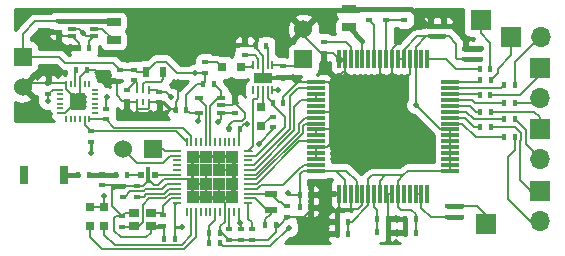
<source format=gtl>
G04 #@! TF.FileFunction,Copper,L1,Top,Signal*
%FSLAX46Y46*%
G04 Gerber Fmt 4.6, Leading zero omitted, Abs format (unit mm)*
G04 Created by KiCad (PCBNEW 4.0.4-stable) date 09/22/17 01:36:47*
%MOMM*%
%LPD*%
G01*
G04 APERTURE LIST*
%ADD10C,0.150000*%
%ADD11R,1.524000X1.524000*%
%ADD12C,1.524000*%
%ADD13R,1.700000X1.700000*%
%ADD14O,1.700000X1.700000*%
%ADD15R,0.500000X0.900000*%
%ADD16R,0.500000X0.200000*%
%ADD17R,0.550000X0.200000*%
%ADD18R,0.200000X0.500000*%
%ADD19R,0.200000X0.550000*%
%ADD20R,0.650000X0.400000*%
%ADD21R,0.599440X0.398780*%
%ADD22R,0.398780X0.599440*%
%ADD23R,1.143000X0.635000*%
%ADD24R,0.800000X0.800000*%
%ADD25R,0.300000X0.700000*%
%ADD26R,0.600000X0.600000*%
%ADD27R,1.500000X0.300000*%
%ADD28R,0.300000X1.500000*%
%ADD29R,0.900000X0.800000*%
%ADD30R,0.800000X1.600000*%
%ADD31R,0.800000X0.200000*%
%ADD32R,0.200000X0.800000*%
%ADD33R,1.112500X1.112500*%
%ADD34R,1.100000X0.600000*%
%ADD35R,0.240000X0.700000*%
%ADD36R,1.500000X0.900000*%
%ADD37R,0.250000X0.700000*%
%ADD38R,0.250000X0.600000*%
%ADD39C,0.508000*%
%ADD40C,0.152000*%
%ADD41C,0.460000*%
%ADD42C,0.229000*%
%ADD43C,0.457200*%
%ADD44C,0.152400*%
%ADD45C,0.254000*%
G04 APERTURE END LIST*
D10*
D11*
X291025520Y-117905240D03*
D12*
X291025520Y-115365240D03*
D13*
X311035640Y-129055840D03*
D14*
X311035640Y-131595840D03*
D13*
X311035640Y-123853920D03*
D14*
X311035640Y-126393920D03*
D13*
X311020400Y-118667240D03*
D14*
X311020400Y-121207240D03*
D15*
X277672500Y-119022500D03*
X279172500Y-119022500D03*
D16*
X273412500Y-122477500D03*
D17*
X273412500Y-122077500D03*
X273412500Y-121677500D03*
X273412500Y-121277500D03*
X273412500Y-120877500D03*
D16*
X273412500Y-120477500D03*
D18*
X272912500Y-119977500D03*
D19*
X272512500Y-119977500D03*
X272112500Y-119977500D03*
X271712500Y-119977500D03*
X271312500Y-119977500D03*
D18*
X270912500Y-119977500D03*
D16*
X270412500Y-120477500D03*
D17*
X270412500Y-120877500D03*
X270412500Y-121277500D03*
X270412500Y-121677500D03*
X270412500Y-122077500D03*
D16*
X270412500Y-122477500D03*
D18*
X270912500Y-122977500D03*
D19*
X271312500Y-122977500D03*
X271712500Y-122977500D03*
X272112500Y-122977500D03*
X272512500Y-122977500D03*
D18*
X272912500Y-122977500D03*
D20*
X284050000Y-122470000D03*
X284050000Y-121170000D03*
X284050000Y-121820000D03*
X282150000Y-121170000D03*
X282150000Y-122470000D03*
D21*
X284760000Y-132310420D03*
X284760000Y-133209580D03*
D22*
X285619580Y-123780000D03*
X284720420Y-123780000D03*
D21*
X298035000Y-113680420D03*
X298035000Y-114579580D03*
X270308640Y-114667860D03*
X270308640Y-115567020D03*
D22*
X272908220Y-116917440D03*
X272009060Y-116917440D03*
D23*
X274958640Y-116279440D03*
X274958640Y-114755440D03*
D20*
X271408640Y-114667440D03*
X271408640Y-115967440D03*
X273308640Y-115317440D03*
X271408640Y-115317440D03*
X273308640Y-115967440D03*
X273308640Y-114667440D03*
X271408640Y-114667440D03*
X271408640Y-115967440D03*
X273308640Y-115317440D03*
X271408640Y-115317440D03*
X273308640Y-115967440D03*
X273308640Y-114667440D03*
D23*
X274958640Y-116279440D03*
X274958640Y-114755440D03*
D22*
X272908220Y-116917440D03*
X272009060Y-116917440D03*
D21*
X270308640Y-114667860D03*
X270308640Y-115567020D03*
X285220000Y-122499580D03*
X285220000Y-121600420D03*
D22*
X281109580Y-122180000D03*
X280210420Y-122180000D03*
X282560420Y-120000000D03*
X283459580Y-120000000D03*
D21*
X286660000Y-132310420D03*
X286660000Y-133209580D03*
D11*
X267250000Y-117710000D03*
D12*
X267250000Y-120250000D03*
D21*
X276062500Y-120542920D03*
X276062500Y-121442080D03*
X275522500Y-118822920D03*
X275522500Y-119722080D03*
X278802500Y-120642920D03*
X278802500Y-121542080D03*
X276692500Y-119682080D03*
X276692500Y-118782920D03*
D22*
X289321180Y-121639040D03*
X288422020Y-121639040D03*
X286971680Y-116812140D03*
X287870840Y-116812140D03*
D21*
X282714640Y-119076180D03*
X282714640Y-118177020D03*
X286051260Y-116682560D03*
X286051260Y-117581720D03*
X288490600Y-122764260D03*
X288490600Y-123663420D03*
D24*
X287464440Y-123566800D03*
X287464440Y-121966800D03*
X284129520Y-118585960D03*
X285729520Y-118585960D03*
X274159920Y-130445320D03*
X274159920Y-132045320D03*
D22*
X283035420Y-132610000D03*
X283934580Y-132610000D03*
X283929580Y-133500000D03*
X283030420Y-133500000D03*
D21*
X285710000Y-133209580D03*
X285710000Y-132310420D03*
X274310000Y-122085420D03*
X274310000Y-122984580D03*
X273040000Y-124899580D03*
X273040000Y-124000420D03*
X269410000Y-120859580D03*
X269410000Y-119960420D03*
D22*
X271792920Y-118837500D03*
X272692080Y-118837500D03*
D25*
X277860000Y-127373500D03*
D26*
X278472500Y-127700000D03*
X277247500Y-127700000D03*
D25*
X277860000Y-128062500D03*
D21*
X276950000Y-129529580D03*
X276950000Y-128630420D03*
D22*
X279250420Y-133090000D03*
X280149580Y-133090000D03*
X308025420Y-121630000D03*
X308924580Y-121630000D03*
X308025420Y-124470000D03*
X308924580Y-124470000D03*
X308015420Y-123000000D03*
X308914580Y-123000000D03*
X308025420Y-120075000D03*
X308924580Y-120075000D03*
D13*
X306030000Y-114620000D03*
D23*
X294875000Y-115212000D03*
X294875000Y-113688000D03*
D11*
X278315360Y-125535400D03*
D12*
X275775360Y-125535400D03*
D21*
X302850000Y-115075420D03*
X302850000Y-115974580D03*
D27*
X303475000Y-127350000D03*
X303475000Y-126850000D03*
X303475000Y-126350000D03*
X303475000Y-125850000D03*
X303475000Y-125350000D03*
X303475000Y-124850000D03*
X303475000Y-124350000D03*
X303475000Y-123850000D03*
X303475000Y-123350000D03*
X303475000Y-122850000D03*
X303475000Y-122350000D03*
X303475000Y-121850000D03*
X303475000Y-121350000D03*
X303475000Y-120850000D03*
X303475000Y-120350000D03*
X303475000Y-119850000D03*
D28*
X301525000Y-117900000D03*
X301025000Y-117900000D03*
X300525000Y-117900000D03*
X300025000Y-117900000D03*
X299525000Y-117900000D03*
X299025000Y-117900000D03*
X298525000Y-117900000D03*
X298025000Y-117900000D03*
X297525000Y-117900000D03*
X297025000Y-117900000D03*
X296525000Y-117900000D03*
X296025000Y-117900000D03*
X295525000Y-117900000D03*
X295025000Y-117900000D03*
X294525000Y-117900000D03*
X294025000Y-117900000D03*
D27*
X292075000Y-119850000D03*
X292075000Y-120350000D03*
X292075000Y-120850000D03*
X292075000Y-121350000D03*
X292075000Y-121850000D03*
X292075000Y-122350000D03*
X292075000Y-122850000D03*
X292075000Y-123350000D03*
X292075000Y-123850000D03*
X292075000Y-124350000D03*
X292075000Y-124850000D03*
X292075000Y-125350000D03*
X292075000Y-125850000D03*
X292075000Y-126350000D03*
X292075000Y-126850000D03*
X292075000Y-127350000D03*
D28*
X294025000Y-129300000D03*
X294525000Y-129300000D03*
X295025000Y-129300000D03*
X295525000Y-129300000D03*
X296025000Y-129300000D03*
X296525000Y-129300000D03*
X297025000Y-129300000D03*
X297525000Y-129300000D03*
X298025000Y-129300000D03*
X298525000Y-129300000D03*
X299025000Y-129300000D03*
X299525000Y-129300000D03*
X300025000Y-129300000D03*
X300525000Y-129300000D03*
X301025000Y-129300000D03*
X301525000Y-129300000D03*
D22*
X293875420Y-131650000D03*
X294774580Y-131650000D03*
X293875420Y-132700000D03*
X294774580Y-132700000D03*
D21*
X296575000Y-114549580D03*
X296575000Y-113650420D03*
X301800000Y-115075420D03*
X301800000Y-115974580D03*
D22*
X290725420Y-129375000D03*
X291624580Y-129375000D03*
X305968340Y-118743440D03*
X306867500Y-118743440D03*
X291624580Y-130450000D03*
X290725420Y-130450000D03*
X297275420Y-132550000D03*
X298174580Y-132550000D03*
X297275420Y-131425000D03*
X298174580Y-131425000D03*
X300524580Y-132600000D03*
X299625420Y-132600000D03*
D21*
X292750000Y-116475420D03*
X292750000Y-117374580D03*
D22*
X300524580Y-131425000D03*
X299625420Y-131425000D03*
D21*
X299550000Y-113650420D03*
X299550000Y-114549580D03*
X305975000Y-117000420D03*
X305975000Y-117899580D03*
X304750000Y-117000420D03*
X304750000Y-117899580D03*
X289286260Y-119416720D03*
X289286260Y-118517560D03*
X303310000Y-131269900D03*
X303310000Y-130370740D03*
X304410000Y-131269900D03*
X304410000Y-130370740D03*
D22*
X305975420Y-119700000D03*
X306874580Y-119700000D03*
X305950420Y-120950000D03*
X306849580Y-120950000D03*
X305975420Y-122390000D03*
X306874580Y-122390000D03*
X305975420Y-123610000D03*
X306874580Y-123610000D03*
D24*
X272961040Y-130445320D03*
X272961040Y-132045320D03*
D29*
X276700000Y-130950000D03*
X278100000Y-130950000D03*
X276700000Y-132050000D03*
X278100000Y-132050000D03*
D22*
X287810420Y-131910000D03*
X288709580Y-131910000D03*
D21*
X275700000Y-131200420D03*
X275700000Y-132099580D03*
X279100000Y-131999580D03*
X279100000Y-131100420D03*
X275760000Y-129529580D03*
X275760000Y-128630420D03*
X289660000Y-130360420D03*
X289660000Y-131259580D03*
D30*
X270745000Y-127673000D03*
X267345000Y-127673000D03*
D22*
X272849580Y-127700000D03*
X271950420Y-127700000D03*
D21*
X274000000Y-127650420D03*
X274000000Y-128549580D03*
D22*
X276049580Y-127700000D03*
X275150420Y-127700000D03*
D13*
X306504280Y-131875240D03*
D31*
X286350000Y-130080000D03*
X286350000Y-129680000D03*
X286350000Y-129280000D03*
X286350000Y-128880000D03*
X286350000Y-128480000D03*
X286350000Y-128080000D03*
X286350000Y-127680000D03*
X286350000Y-127280000D03*
X286350000Y-126880000D03*
X286350000Y-126480000D03*
X286350000Y-126080000D03*
X286350000Y-125680000D03*
D32*
X285550000Y-124880000D03*
X285150000Y-124880000D03*
X284750000Y-124880000D03*
X284350000Y-124880000D03*
X283950000Y-124880000D03*
X283550000Y-124880000D03*
X283150000Y-124880000D03*
X282750000Y-124880000D03*
X282350000Y-124880000D03*
X281950000Y-124880000D03*
X281550000Y-124880000D03*
X281150000Y-124880000D03*
D31*
X280350000Y-125680000D03*
X280350000Y-126080000D03*
X280350000Y-126480000D03*
X280350000Y-126880000D03*
X280350000Y-127280000D03*
X280350000Y-127680000D03*
X280350000Y-128080000D03*
X280350000Y-128480000D03*
X280350000Y-128880000D03*
X280350000Y-129280000D03*
X280350000Y-129680000D03*
X280350000Y-130080000D03*
D32*
X281150000Y-130880000D03*
X281550000Y-130880000D03*
X281950000Y-130880000D03*
X282350000Y-130880000D03*
X282750000Y-130880000D03*
X283150000Y-130880000D03*
X283550000Y-130880000D03*
X283950000Y-130880000D03*
X284350000Y-130880000D03*
X284750000Y-130880000D03*
X285150000Y-130880000D03*
X285550000Y-130880000D03*
D33*
X281681250Y-126211250D03*
X281681250Y-127323750D03*
X281681250Y-128436250D03*
X281681250Y-129548750D03*
X282793750Y-126211250D03*
X282793750Y-127323750D03*
X282793750Y-128436250D03*
X282793750Y-129548750D03*
X283906250Y-126211250D03*
X283906250Y-127323750D03*
X283906250Y-128436250D03*
X283906250Y-129548750D03*
X285018750Y-126211250D03*
X285018750Y-127323750D03*
X285018750Y-128436250D03*
X285018750Y-129548750D03*
D34*
X288260000Y-129310000D03*
X288260000Y-130710000D03*
D35*
X288401260Y-118412140D03*
X288001260Y-118412140D03*
X287601260Y-118412140D03*
X287201260Y-118412140D03*
X286801260Y-118412140D03*
X286801260Y-120512140D03*
X287201260Y-120512140D03*
X287601260Y-120512140D03*
X288001260Y-120512140D03*
X288401260Y-120512140D03*
D36*
X287601260Y-119462140D03*
D37*
X277952500Y-120552500D03*
D38*
X277452500Y-120552500D03*
X276952500Y-120552500D03*
X276952500Y-121552500D03*
X277452500Y-121552500D03*
X277952500Y-121552500D03*
D13*
X308622640Y-116025640D03*
D14*
X311162640Y-116025640D03*
D39*
X270238160Y-116614920D03*
X285290000Y-119810000D03*
X280440000Y-119800000D03*
X293525000Y-125500000D03*
X298875000Y-131350000D03*
X298475000Y-120800000D03*
X291725000Y-128350000D03*
X274180240Y-129497800D03*
X274380000Y-121080000D03*
X289760000Y-129210000D03*
X286282500Y-123362500D03*
X285625000Y-131775000D03*
X280760000Y-132120000D03*
X273050000Y-125880000D03*
X279820000Y-121110000D03*
X269380000Y-121420000D03*
X272328580Y-115647180D03*
X300550520Y-121776200D03*
X281820560Y-119076180D03*
X288881760Y-120516360D03*
X287276480Y-125057880D03*
X282079640Y-123122400D03*
X289790000Y-132180000D03*
X283770000Y-123230000D03*
D40*
X286350000Y-130080000D02*
X286350000Y-131400000D01*
X286660000Y-131710000D02*
X286660000Y-132310420D01*
X286350000Y-131400000D02*
X286660000Y-131710000D01*
X278860000Y-128930000D02*
X279050000Y-128930000D01*
X277490000Y-129080000D02*
X277640000Y-128930000D01*
X277640000Y-128930000D02*
X278860000Y-128930000D01*
X275920420Y-129529580D02*
X276370000Y-129080000D01*
X276370000Y-129080000D02*
X277330000Y-129080000D01*
X277330000Y-129080000D02*
X277490000Y-129080000D01*
X279500000Y-128480000D02*
X280350000Y-128480000D01*
X279050000Y-128930000D02*
X279500000Y-128480000D01*
X275760000Y-129529580D02*
X275920420Y-129529580D01*
X277247500Y-127700000D02*
X276049580Y-127700000D01*
X286350000Y-128080000D02*
X287034510Y-128080000D01*
X291170000Y-123350000D02*
X292075000Y-123350000D01*
X290985000Y-123535000D02*
X291170000Y-123350000D01*
X290985000Y-124129510D02*
X290985000Y-123535000D01*
X287034510Y-128080000D02*
X290985000Y-124129510D01*
X286350000Y-127680000D02*
X287004020Y-127680000D01*
X291170000Y-122850000D02*
X292075000Y-122850000D01*
X290635000Y-123385000D02*
X291170000Y-122850000D01*
X290635000Y-124049020D02*
X290635000Y-123385000D01*
X287004020Y-127680000D02*
X290635000Y-124049020D01*
X291975000Y-122950000D02*
X292075000Y-122850000D01*
X278315360Y-125535400D02*
X279168800Y-125535400D01*
X279313400Y-125680000D02*
X280350000Y-125680000D01*
X279168800Y-125535400D02*
X279313400Y-125680000D01*
X280350000Y-126080000D02*
X279757040Y-126080000D01*
X276898040Y-126658080D02*
X275775360Y-125535400D01*
X279178960Y-126658080D02*
X276898040Y-126658080D01*
X279757040Y-126080000D02*
X279178960Y-126658080D01*
X286350000Y-128880000D02*
X287105000Y-128880000D01*
X291070000Y-126850000D02*
X292075000Y-126850000D01*
X290910000Y-127010000D02*
X291070000Y-126850000D01*
X290860000Y-127010000D02*
X290910000Y-127010000D01*
X289320000Y-128550000D02*
X290860000Y-127010000D01*
X287435000Y-128550000D02*
X289320000Y-128550000D01*
X287105000Y-128880000D02*
X287435000Y-128550000D01*
D41*
X271950420Y-127700000D02*
X270772000Y-127700000D01*
X270772000Y-127700000D02*
X270745000Y-127673000D01*
D40*
X291025520Y-115878320D02*
X292521780Y-117374580D01*
X291025520Y-115365240D02*
X291025520Y-115878320D01*
X292521780Y-117374580D02*
X292750000Y-117374580D01*
X289321180Y-121639040D02*
X289321180Y-121106420D01*
X289321180Y-121106420D02*
X290577600Y-119850000D01*
X292075000Y-119850000D02*
X290577600Y-119850000D01*
X290144320Y-119416720D02*
X289286260Y-119416720D01*
X290577600Y-119850000D02*
X290492120Y-119764520D01*
X290492120Y-119764520D02*
X290144320Y-119416720D01*
X270308640Y-116544440D02*
X270238160Y-116614920D01*
X270308640Y-116544440D02*
X270308640Y-115567020D01*
X289286260Y-119416720D02*
X287646680Y-119416720D01*
X287646680Y-119416720D02*
X287601260Y-119462140D01*
X287601260Y-119462140D02*
X287601260Y-118412140D01*
X286971680Y-116812140D02*
X286971680Y-116980680D01*
X286971680Y-116980680D02*
X287601260Y-117610260D01*
X287601260Y-117610260D02*
X287601260Y-118412140D01*
X286971680Y-116812140D02*
X286180840Y-116812140D01*
X286180840Y-116812140D02*
X286051260Y-116682560D01*
X280210420Y-122180000D02*
X280210420Y-121499580D01*
X285220000Y-119880000D02*
X285220000Y-121600420D01*
X285290000Y-119810000D02*
X285220000Y-119880000D01*
X280440000Y-121270000D02*
X280440000Y-119800000D01*
X280210420Y-121499580D02*
X280440000Y-121270000D01*
X280160420Y-122130000D02*
X279740000Y-122130000D01*
D42*
X279152080Y-121542080D02*
X279740000Y-122130000D01*
X279152080Y-121542080D02*
X278802500Y-121542080D01*
D40*
X280160420Y-122130000D02*
X280210420Y-122180000D01*
X284050000Y-121820000D02*
X285000420Y-121820000D01*
X285000420Y-121820000D02*
X285220000Y-121600420D01*
X284720420Y-123780000D02*
X284720420Y-123439580D01*
X284720420Y-123439580D02*
X285060000Y-123100000D01*
X285060000Y-123100000D02*
X285860000Y-123100000D01*
X285860000Y-123100000D02*
X286070000Y-122890000D01*
X286070000Y-122890000D02*
X286070000Y-122450420D01*
X286070000Y-122450420D02*
X285220000Y-121600420D01*
X292750000Y-117374580D02*
X293499580Y-117374580D01*
X293499580Y-117374580D02*
X294025000Y-117900000D01*
X269410000Y-119960420D02*
X267539580Y-119960420D01*
X267539580Y-119960420D02*
X267250000Y-120250000D01*
X279250420Y-133090000D02*
X279250420Y-132150000D01*
X279250420Y-132150000D02*
X279100000Y-131999580D01*
X272692080Y-118837500D02*
X273387500Y-118837500D01*
X274272080Y-119722080D02*
X275522500Y-119722080D01*
X273387500Y-118837500D02*
X273970000Y-119420000D01*
X273970000Y-119420000D02*
X274272080Y-119722080D01*
X270912500Y-119977500D02*
X270912500Y-120437500D01*
X271510000Y-121035000D02*
X271845000Y-121035000D01*
X270912500Y-120437500D02*
X271510000Y-121035000D01*
X269410000Y-119960420D02*
X270895420Y-119960420D01*
X270895420Y-119960420D02*
X270912500Y-119977500D01*
X291624580Y-130450000D02*
X291624580Y-130745420D01*
X291624580Y-130745420D02*
X291110420Y-131259580D01*
X291110420Y-131259580D02*
X289660000Y-131259580D01*
X283934580Y-132610000D02*
X284160420Y-132610000D01*
X284160420Y-132610000D02*
X284760000Y-133209580D01*
X284350000Y-130880000D02*
X284350000Y-131650000D01*
X283934580Y-132065420D02*
X283934580Y-132610000D01*
X284350000Y-131650000D02*
X283934580Y-132065420D01*
X286660000Y-133209580D02*
X288010420Y-133209580D01*
X288010420Y-133209580D02*
X288709580Y-132510420D01*
X288709580Y-132510420D02*
X288709580Y-131910000D01*
X288709580Y-131910000D02*
X289009580Y-131910000D01*
X289009580Y-131910000D02*
X289660000Y-131259580D01*
X281681250Y-126211250D02*
X281681250Y-127323750D01*
X281681250Y-128436250D02*
X281681250Y-127323750D01*
X282793750Y-128436250D02*
X281681250Y-128436250D01*
X282793750Y-127323750D02*
X282793750Y-128436250D01*
X282793750Y-129548750D02*
X281681250Y-129548750D01*
X282793750Y-129548750D02*
X282793750Y-128436250D01*
X283906250Y-129548750D02*
X282793750Y-129548750D01*
X283906250Y-128436250D02*
X283906250Y-129548750D01*
X283906250Y-127323750D02*
X285018750Y-127323750D01*
X283906250Y-126211250D02*
X283906250Y-127323750D01*
X285018750Y-126211250D02*
X283906250Y-126211250D01*
X285018750Y-128436250D02*
X285018750Y-129548750D01*
X283906250Y-129548750D02*
X285018750Y-129548750D01*
X284350000Y-130880000D02*
X284350000Y-129992500D01*
X284350000Y-129992500D02*
X283906250Y-129548750D01*
X286660000Y-133209580D02*
X285710000Y-133209580D01*
X285710000Y-133209580D02*
X284760000Y-133209580D01*
X282793750Y-126211250D02*
X283906250Y-126211250D01*
X281681250Y-126211250D02*
X282793750Y-126211250D01*
X276062500Y-121442080D02*
X275692080Y-121442080D01*
X275692080Y-121442080D02*
X275222500Y-120972500D01*
X275222500Y-120972500D02*
X275222500Y-120022080D01*
X275222500Y-120022080D02*
X275522500Y-119722080D01*
X275700000Y-131200420D02*
X275139580Y-131200420D01*
X278100000Y-132580000D02*
X278100000Y-132050000D01*
X277680000Y-133000000D02*
X278100000Y-132580000D01*
X275570000Y-133000000D02*
X277680000Y-133000000D01*
X275020000Y-132450000D02*
X275570000Y-133000000D01*
X275020000Y-131320000D02*
X275020000Y-132450000D01*
X275139580Y-131200420D02*
X275020000Y-131320000D01*
X274860000Y-128549580D02*
X274860000Y-130360420D01*
X274860000Y-130360420D02*
X275700000Y-131200420D01*
X280350000Y-128080000D02*
X279210000Y-128080000D01*
X278347500Y-128550000D02*
X277860000Y-128062500D01*
X278740000Y-128550000D02*
X278347500Y-128550000D01*
X279210000Y-128080000D02*
X278740000Y-128550000D01*
X274000000Y-128549580D02*
X274860000Y-128549580D01*
X274860000Y-128549580D02*
X275679160Y-128549580D01*
X275679160Y-128549580D02*
X275760000Y-128630420D01*
X276950000Y-128630420D02*
X275760000Y-128630420D01*
X276950000Y-128630420D02*
X277409580Y-128630420D01*
X277409580Y-128630420D02*
X277860000Y-128180000D01*
X277860000Y-128180000D02*
X277860000Y-128062500D01*
X280350000Y-128080000D02*
X281325000Y-128080000D01*
X281325000Y-128080000D02*
X281681250Y-128436250D01*
X277860000Y-128062500D02*
X277860000Y-127373500D01*
D43*
X298035000Y-113680420D02*
X299520000Y-113680420D01*
X299520000Y-113680420D02*
X299550000Y-113650420D01*
X296575000Y-113650420D02*
X298005000Y-113650420D01*
X298005000Y-113650420D02*
X298035000Y-113680420D01*
D42*
X278852080Y-121492500D02*
X278802500Y-121542080D01*
D40*
X270308640Y-115567020D02*
X270308640Y-115567440D01*
X270308640Y-115567020D02*
X270279060Y-115567020D01*
X270253640Y-115622020D02*
X270308640Y-115567020D01*
X272009060Y-116567860D02*
X271408640Y-115967440D01*
X272009060Y-116917440D02*
X272009060Y-116567860D01*
X270709060Y-115967440D02*
X270308640Y-115567020D01*
X271408640Y-115967440D02*
X270709060Y-115967440D01*
X271408640Y-115967440D02*
X270709060Y-115967440D01*
X270709060Y-115967440D02*
X270308640Y-115567020D01*
X272009060Y-116917440D02*
X272009060Y-116567860D01*
X272009060Y-116567860D02*
X271408640Y-115967440D01*
X270253640Y-115622020D02*
X270308640Y-115567020D01*
X270308640Y-115567020D02*
X270279060Y-115567020D01*
X270308640Y-115567020D02*
X270308640Y-115567440D01*
X277952500Y-121552500D02*
X278792080Y-121552500D01*
X278792080Y-121552500D02*
X278802500Y-121542080D01*
X276952500Y-121552500D02*
X276952500Y-122182500D01*
X277952500Y-122032500D02*
X277952500Y-121552500D01*
X277832500Y-122152500D02*
X277952500Y-122032500D01*
X276982500Y-122152500D02*
X277832500Y-122152500D01*
X276952500Y-122182500D02*
X276982500Y-122152500D01*
X276952500Y-121552500D02*
X276172920Y-121552500D01*
X276172920Y-121552500D02*
X276062500Y-121442080D01*
X293875420Y-132430420D02*
X293875420Y-132700000D01*
X293275000Y-125025000D02*
X293275000Y-125250000D01*
X293275000Y-125250000D02*
X293525000Y-125500000D01*
X298875000Y-131350000D02*
X298875000Y-131425000D01*
D43*
X299550000Y-113650420D02*
X300150420Y-113650420D01*
X300150420Y-113650420D02*
X301575420Y-115075420D01*
D40*
X298174580Y-131425000D02*
X298875000Y-131425000D01*
X298875000Y-131425000D02*
X299625420Y-131425000D01*
X298174580Y-131425000D02*
X298174580Y-129449580D01*
X298174580Y-129449580D02*
X298025000Y-129300000D01*
X294025000Y-130425000D02*
X294025000Y-131500420D01*
X294025000Y-131500420D02*
X293875420Y-131650000D01*
X298224580Y-132600000D02*
X298174580Y-132550000D01*
X298525000Y-117900000D02*
X298525000Y-117075000D01*
X300524580Y-115075420D02*
X301800000Y-115075420D01*
X298525000Y-117075000D02*
X300524580Y-115075420D01*
D43*
X302850000Y-115075420D02*
X303650420Y-115075420D01*
X304750000Y-116175000D02*
X304750000Y-117000420D01*
X303650420Y-115075420D02*
X304750000Y-116175000D01*
X304750000Y-117000420D02*
X305975000Y-117000420D01*
X302850000Y-115075420D02*
X301800000Y-115075420D01*
X301575420Y-115075420D02*
X301800000Y-115075420D01*
D40*
X300025000Y-119125000D02*
X300025000Y-117900000D01*
X296025000Y-129300000D02*
X296025000Y-130250000D01*
X296025000Y-130250000D02*
X295675000Y-130600000D01*
X293875420Y-132700000D02*
X293875420Y-131650000D01*
X298174580Y-132550000D02*
X298174580Y-131425000D01*
X299625420Y-131425000D02*
X299625420Y-132600000D01*
X294525000Y-117900000D02*
X294025000Y-117900000D01*
D43*
X294875000Y-113688000D02*
X296537420Y-113688000D01*
D40*
X296537420Y-113688000D02*
X296575000Y-113650420D01*
X294887420Y-113700420D02*
X294875000Y-113688000D01*
X298525000Y-119100000D02*
X298525000Y-117900000D01*
X297525000Y-119400000D02*
X297525000Y-117900000D01*
X294025000Y-117900000D02*
X294025000Y-118500000D01*
X294025000Y-117900000D02*
X294025000Y-117600000D01*
X294025000Y-117900000D02*
X294025000Y-117700000D01*
X298525000Y-129300000D02*
X298025000Y-129300000D01*
D43*
X298175000Y-119450000D02*
X298175000Y-120500000D01*
X298175000Y-120500000D02*
X298475000Y-120800000D01*
D40*
X294200000Y-130600000D02*
X294025000Y-130425000D01*
X295000000Y-119450000D02*
X297475000Y-119450000D01*
X298175000Y-119450000D02*
X299700000Y-119450000D01*
X299700000Y-119450000D02*
X300025000Y-119125000D01*
X295675000Y-130600000D02*
X295050000Y-130600000D01*
X297475000Y-119450000D02*
X298175000Y-119450000D01*
X298175000Y-119450000D02*
X298525000Y-119100000D01*
X297475000Y-119450000D02*
X297525000Y-119400000D01*
X291725000Y-128350000D02*
X291624580Y-128450420D01*
X294487500Y-118937500D02*
X295000000Y-119450000D01*
X293475000Y-119950000D02*
X294487500Y-118937500D01*
X294487500Y-118937500D02*
X294525000Y-118900000D01*
X293175000Y-119950000D02*
X293475000Y-119950000D01*
X293175000Y-119950000D02*
X293275000Y-120050000D01*
X293075000Y-119850000D02*
X293175000Y-119950000D01*
X293275000Y-120050000D02*
X293275000Y-122150000D01*
X293275000Y-123800000D02*
X293275000Y-122150000D01*
X293275000Y-122150000D02*
X293275000Y-122250000D01*
X293275000Y-122250000D02*
X293175000Y-122350000D01*
X293275000Y-123825000D02*
X293275000Y-125025000D01*
X293275000Y-125025000D02*
X293275000Y-125075000D01*
X293275000Y-125075000D02*
X293000000Y-125350000D01*
X293275000Y-123850000D02*
X293275000Y-123825000D01*
X293275000Y-123825000D02*
X293275000Y-123800000D01*
X295050000Y-130600000D02*
X294200000Y-130600000D01*
X295050000Y-130600000D02*
X295025000Y-130600000D01*
X270412500Y-122477500D02*
X270872500Y-122477500D01*
X270872500Y-122477500D02*
X271372500Y-121977500D01*
X271372500Y-121977500D02*
X271372500Y-121507500D01*
X271372500Y-121507500D02*
X271845000Y-121035000D01*
X272112500Y-120767500D02*
X272112500Y-119977500D01*
X271845000Y-121035000D02*
X272112500Y-120767500D01*
X272692080Y-118837500D02*
X272692080Y-118687500D01*
X272112500Y-119977500D02*
X272112500Y-119417080D01*
X272112500Y-119417080D02*
X272692080Y-118837500D01*
X279100000Y-131999580D02*
X279349580Y-131999580D01*
X275950420Y-130950000D02*
X275700000Y-131200420D01*
X276700000Y-130950000D02*
X275950420Y-130950000D01*
X279100000Y-131999580D02*
X278150420Y-131999580D01*
X278150420Y-131999580D02*
X278100000Y-132050000D01*
X294025000Y-129300000D02*
X291699580Y-129300000D01*
X291699580Y-129300000D02*
X291624580Y-129375000D01*
X291624580Y-128450420D02*
X291624580Y-129375000D01*
X291624580Y-130450000D02*
X291624580Y-129375000D01*
X294025000Y-129300000D02*
X294025000Y-130425000D01*
X295025000Y-130600000D02*
X295025000Y-129300000D01*
X293000000Y-125350000D02*
X292075000Y-125350000D01*
X292075000Y-124350000D02*
X292075000Y-123850000D01*
X292075000Y-125350000D02*
X292075000Y-125850000D01*
X292075000Y-125850000D02*
X292075000Y-126350000D01*
X292075000Y-119850000D02*
X293075000Y-119850000D01*
X292075000Y-123850000D02*
X293275000Y-123850000D01*
X294525000Y-118900000D02*
X294525000Y-117900000D01*
X293175000Y-122350000D02*
X292075000Y-122350000D01*
D44*
X278200420Y-131999580D02*
X278100000Y-132100000D01*
D40*
X274159920Y-129518120D02*
X274159920Y-130445320D01*
X274180240Y-129497800D02*
X274159920Y-129518120D01*
X274159920Y-130445320D02*
X272961040Y-130445320D01*
X286282500Y-123362500D02*
X286037080Y-123362500D01*
X286037080Y-123362500D02*
X285619580Y-123780000D01*
X285550000Y-124880000D02*
X285550000Y-123849580D01*
X285550000Y-123849580D02*
X285619580Y-123780000D01*
X274310000Y-121150000D02*
X274310000Y-122085420D01*
X274380000Y-121080000D02*
X274310000Y-121150000D01*
X289925000Y-129375000D02*
X289760000Y-129210000D01*
X290725420Y-129375000D02*
X289925000Y-129375000D01*
D42*
X280149580Y-132100000D02*
X280740000Y-132100000D01*
X280760000Y-132120000D02*
X280740000Y-132100000D01*
X273050000Y-125880000D02*
X273040000Y-125870000D01*
X273040000Y-125870000D02*
X273040000Y-124899580D01*
D40*
X269410000Y-120859580D02*
X269410000Y-121390000D01*
X279352920Y-120642920D02*
X278802500Y-120642920D01*
X279820000Y-121110000D02*
X279352920Y-120642920D01*
X269410000Y-121390000D02*
X269380000Y-121420000D01*
X280350000Y-130080000D02*
X280310000Y-130080000D01*
X280310000Y-130080000D02*
X280149580Y-130240420D01*
X280149580Y-130240420D02*
X280149580Y-132100000D01*
X280149580Y-132100000D02*
X280149580Y-133090000D01*
X270412500Y-120477500D02*
X269792080Y-120477500D01*
X269792080Y-120477500D02*
X269410000Y-120859580D01*
X285710000Y-132310420D02*
X285710000Y-131860000D01*
X285710000Y-131860000D02*
X285625000Y-131775000D01*
X285550000Y-131700000D02*
X285550000Y-130880000D01*
X285625000Y-131775000D02*
X285550000Y-131700000D01*
X292075000Y-127350000D02*
X291015000Y-127350000D01*
X290725420Y-127639580D02*
X290725420Y-129375000D01*
X291015000Y-127350000D02*
X290860000Y-127505000D01*
X290860000Y-127505000D02*
X290725420Y-127639580D01*
X278802500Y-120642920D02*
X278842080Y-120642920D01*
X277952500Y-120552500D02*
X278712080Y-120552500D01*
X278712080Y-120552500D02*
X278802500Y-120642920D01*
X290725420Y-130450000D02*
X290725420Y-129375000D01*
X293775000Y-127350000D02*
X294625000Y-127350000D01*
X295525000Y-128250000D02*
X295525000Y-129300000D01*
X294625000Y-127350000D02*
X295525000Y-128250000D01*
X292075000Y-127350000D02*
X293775000Y-127350000D01*
X294525000Y-128100000D02*
X294525000Y-129300000D01*
X293775000Y-127350000D02*
X294525000Y-128100000D01*
X300525000Y-121775000D02*
X300549320Y-121775000D01*
X300550520Y-121776200D02*
X300549320Y-121775000D01*
X271408640Y-115317440D02*
X271998840Y-115317440D01*
X271998840Y-115317440D02*
X272328580Y-115647180D01*
X272648840Y-115967440D02*
X273308640Y-115967440D01*
X272328580Y-115647180D02*
X272648840Y-115967440D01*
X272908220Y-116917440D02*
X272908220Y-117062860D01*
X272908220Y-116367860D02*
X273308640Y-115967440D01*
X272908220Y-116917440D02*
X272908220Y-116367860D01*
X272908220Y-116917440D02*
X272908220Y-116367860D01*
X272908220Y-116367860D02*
X273308640Y-115967440D01*
X301800000Y-115974580D02*
X301425420Y-115974580D01*
X300525000Y-116875000D02*
X300525000Y-117900000D01*
X301425420Y-115974580D02*
X300525000Y-116875000D01*
X299025000Y-129300000D02*
X299025000Y-130400000D01*
X300524580Y-131049580D02*
X300524580Y-131425000D01*
X300125000Y-130650000D02*
X300524580Y-131049580D01*
X299275000Y-130650000D02*
X300125000Y-130650000D01*
X299025000Y-130400000D02*
X299275000Y-130650000D01*
X296525000Y-129300000D02*
X296525000Y-130250000D01*
X295125000Y-131650000D02*
X294774580Y-131650000D01*
X296525000Y-130250000D02*
X295125000Y-131650000D01*
X302850000Y-115974580D02*
X303324580Y-115974580D01*
X304049580Y-117899580D02*
X304750000Y-117899580D01*
X303950000Y-117800000D02*
X304049580Y-117899580D01*
X303950000Y-116600000D02*
X303950000Y-117800000D01*
X303324580Y-115974580D02*
X303950000Y-116600000D01*
X299525000Y-117900000D02*
X299525000Y-117100000D01*
X299525000Y-117100000D02*
X300650420Y-115974580D01*
X300650420Y-115974580D02*
X301800000Y-115974580D01*
D43*
X302850000Y-115974580D02*
X301800000Y-115974580D01*
X305975000Y-117899580D02*
X304750000Y-117899580D01*
D40*
X294774580Y-131650000D02*
X294774580Y-132700000D01*
X298075000Y-127750000D02*
X296825000Y-127750000D01*
X296525000Y-128050000D02*
X296525000Y-129300000D01*
X296825000Y-127750000D02*
X296525000Y-128050000D01*
X297525000Y-129300000D02*
X297525000Y-128175000D01*
X297950000Y-127750000D02*
X298075000Y-127750000D01*
X298075000Y-127750000D02*
X299450000Y-127750000D01*
X297525000Y-128175000D02*
X297950000Y-127750000D01*
X299025000Y-129300000D02*
X299025000Y-128175000D01*
X299850000Y-127350000D02*
X303475000Y-127350000D01*
X299025000Y-128175000D02*
X299450000Y-127750000D01*
X299450000Y-127750000D02*
X299850000Y-127350000D01*
X300524580Y-132600000D02*
X300524580Y-131425000D01*
X300525000Y-117900000D02*
X300525000Y-119150000D01*
X300525000Y-119150000D02*
X300525000Y-121775000D01*
X302600000Y-123850000D02*
X303475000Y-123850000D01*
X300525000Y-121775000D02*
X302600000Y-123850000D01*
X303475000Y-125850000D02*
X303475000Y-126350000D01*
X303475000Y-126850000D02*
X303475000Y-127350000D01*
X303475000Y-123850000D02*
X303475000Y-124350000D01*
X299074580Y-129349580D02*
X299025000Y-129300000D01*
X303475000Y-125350000D02*
X303475000Y-125850000D01*
X303475000Y-126350000D02*
X303475000Y-126850000D01*
X303475000Y-124850000D02*
X303475000Y-125350000D01*
X303475000Y-124350000D02*
X303475000Y-124850000D01*
X296524580Y-129300420D02*
X296525000Y-129300000D01*
X296524580Y-129300420D02*
X296525000Y-129300000D01*
X299025000Y-117900000D02*
X299525000Y-117900000D01*
X308015420Y-123000000D02*
X305475000Y-123000000D01*
X304825000Y-122350000D02*
X303475000Y-122350000D01*
X305475000Y-123000000D02*
X304825000Y-122350000D01*
X303425000Y-122300000D02*
X303475000Y-122350000D01*
X303475000Y-121850000D02*
X305095000Y-121850000D01*
X305635000Y-122390000D02*
X305975420Y-122390000D01*
X305095000Y-121850000D02*
X305635000Y-122390000D01*
X303475000Y-120850000D02*
X305850420Y-120850000D01*
X305850420Y-120850000D02*
X305950420Y-120950000D01*
X303475000Y-119850000D02*
X305825420Y-119850000D01*
X305825420Y-119850000D02*
X305975420Y-119700000D01*
X305825420Y-119850000D02*
X305975420Y-119700000D01*
X301525000Y-117900000D02*
X303131000Y-117900000D01*
X303974440Y-118743440D02*
X305968340Y-118743440D01*
X303131000Y-117900000D02*
X303974440Y-118743440D01*
X286350000Y-126880000D02*
X286884510Y-126880000D01*
X290570000Y-120350000D02*
X292075000Y-120350000D01*
X289910000Y-121010000D02*
X290570000Y-120350000D01*
X289910000Y-123854510D02*
X289910000Y-121010000D01*
X286884510Y-126880000D02*
X289910000Y-123854510D01*
X292025000Y-120300000D02*
X292075000Y-120350000D01*
X286350000Y-128480000D02*
X287065000Y-128480000D01*
X290695000Y-124850000D02*
X292075000Y-124850000D01*
X287065000Y-128480000D02*
X290695000Y-124850000D01*
X306504280Y-131875240D02*
X306504280Y-131123400D01*
X306504280Y-131123400D02*
X305751620Y-130370740D01*
X305751620Y-130370740D02*
X304410000Y-130370740D01*
X304410420Y-130370320D02*
X304410000Y-130370740D01*
D43*
X304410000Y-130370740D02*
X303310000Y-130370740D01*
D40*
X306874580Y-122390000D02*
X310592800Y-122390000D01*
X311035640Y-122832840D02*
X311035640Y-123853920D01*
X310592800Y-122390000D02*
X311035640Y-122832840D01*
X306849580Y-120950000D02*
X309347240Y-120950000D01*
X309347240Y-120950000D02*
X311020400Y-119276840D01*
X311020400Y-119276840D02*
X311020400Y-118667240D01*
X308622640Y-116025640D02*
X308622640Y-117557360D01*
X307480000Y-119094580D02*
X306874580Y-119700000D01*
X307480000Y-118700000D02*
X307480000Y-119094580D01*
X308622640Y-117557360D02*
X307480000Y-118700000D01*
X288877540Y-120512140D02*
X288881760Y-120516360D01*
X288401260Y-120512140D02*
X288877540Y-120512140D01*
X282714640Y-119076180D02*
X281820560Y-119076180D01*
X281820560Y-119076180D02*
X280339740Y-119076180D01*
X278566240Y-118128760D02*
X277672500Y-119022500D01*
X279392320Y-118128760D02*
X278566240Y-118128760D01*
X280339740Y-119076180D02*
X279392320Y-118128760D01*
X282714640Y-119076180D02*
X282714640Y-119845780D01*
X282714640Y-119845780D02*
X282560420Y-120000000D01*
X288490600Y-123663420D02*
X288490600Y-123843760D01*
X288490600Y-123843760D02*
X287276480Y-125057880D01*
X282079640Y-123122400D02*
X282150000Y-123052040D01*
X282150000Y-123052040D02*
X282150000Y-122470000D01*
X267250000Y-117710000D02*
X267250000Y-115752440D01*
X268334580Y-114667860D02*
X270308640Y-114667860D01*
X267250000Y-115752440D02*
X268334580Y-114667860D01*
X281109580Y-122180000D02*
X281109580Y-120900420D01*
X281109580Y-120900420D02*
X282010000Y-120000000D01*
X282010000Y-120000000D02*
X282560420Y-120000000D01*
X282150000Y-122470000D02*
X281399580Y-122470000D01*
X281399580Y-122470000D02*
X281109580Y-122180000D01*
X282150000Y-122470000D02*
X282110000Y-122470000D01*
X281970000Y-122470000D02*
X282150000Y-122470000D01*
X275053140Y-114849940D02*
X274958640Y-114755440D01*
X267250000Y-117710000D02*
X270370000Y-117710000D01*
X270370000Y-117710000D02*
X270880000Y-118220000D01*
X270880000Y-118220000D02*
X273950000Y-118220000D01*
X273950000Y-118220000D02*
X274919580Y-118220000D01*
X274919580Y-118220000D02*
X275522500Y-118822920D01*
X275053560Y-114850360D02*
X274958640Y-114755440D01*
X276692500Y-118782920D02*
X275562500Y-118782920D01*
X275562500Y-118782920D02*
X275522500Y-118822920D01*
X277672500Y-119022500D02*
X276932080Y-119022500D01*
X276932080Y-119022500D02*
X276692500Y-118782920D01*
X274958640Y-114755440D02*
X275256640Y-114755440D01*
X271308220Y-114767860D02*
X271408640Y-114667440D01*
D43*
X271408640Y-114667440D02*
X272638640Y-114667440D01*
X272638640Y-114667440D02*
X273308640Y-114667440D01*
D40*
X273396640Y-114755440D02*
X273308640Y-114667440D01*
D43*
X270308640Y-114667860D02*
X271408220Y-114667860D01*
D40*
X271408220Y-114667860D02*
X271408640Y-114667440D01*
D43*
X274958640Y-114755440D02*
X274958640Y-114692440D01*
X274870640Y-114667440D02*
X274958640Y-114755440D01*
X273308640Y-114667440D02*
X274870640Y-114667440D01*
X273308640Y-114667440D02*
X274870640Y-114667440D01*
X274870640Y-114667440D02*
X274958640Y-114755440D01*
X274958640Y-114755440D02*
X274958640Y-114692440D01*
D40*
X271408220Y-114667860D02*
X271408640Y-114667440D01*
D43*
X270308640Y-114667860D02*
X271408220Y-114667860D01*
D40*
X273396640Y-114755440D02*
X273308640Y-114667440D01*
D43*
X271408640Y-114667440D02*
X273308640Y-114667440D01*
D40*
X271308220Y-114767860D02*
X271408640Y-114667440D01*
X276742920Y-118732500D02*
X276692500Y-118782920D01*
X301025000Y-129300000D02*
X301025000Y-130495520D01*
X301799380Y-131269900D02*
X303310000Y-131269900D01*
X301025000Y-130495520D02*
X301799380Y-131269900D01*
X300525000Y-129300000D02*
X301025000Y-129300000D01*
X300525420Y-129300420D02*
X300525000Y-129300000D01*
X303210000Y-131369900D02*
X303310000Y-131269900D01*
D43*
X303310000Y-131269900D02*
X304410000Y-131269900D01*
D41*
X274000000Y-127699580D02*
X272850000Y-127699580D01*
X272850000Y-127699580D02*
X272849580Y-127700000D01*
X275150420Y-127700000D02*
X274000420Y-127700000D01*
X274000420Y-127700000D02*
X274000000Y-127699580D01*
D40*
X273996640Y-115317440D02*
X274958640Y-116279440D01*
X273308640Y-115317440D02*
X273996640Y-115317440D01*
X273308640Y-115317440D02*
X273996640Y-115317440D01*
X273996640Y-115317440D02*
X274958640Y-116279440D01*
X308025420Y-121630000D02*
X305595000Y-121630000D01*
X305315000Y-121350000D02*
X303475000Y-121350000D01*
X305595000Y-121630000D02*
X305315000Y-121350000D01*
X303475000Y-120350000D02*
X307750000Y-120350000D01*
X307750000Y-120350000D02*
X308025000Y-120075000D01*
X308025000Y-120075000D02*
X308025420Y-120075000D01*
X308025420Y-124470000D02*
X305615000Y-124470000D01*
X304495000Y-123350000D02*
X303475000Y-123350000D01*
X305615000Y-124470000D02*
X304495000Y-123350000D01*
X303475000Y-122850000D02*
X304725000Y-122850000D01*
X305485000Y-123610000D02*
X305975420Y-123610000D01*
X304725000Y-122850000D02*
X305485000Y-123610000D01*
X306867500Y-118743440D02*
X306867500Y-116547500D01*
X306030000Y-115710000D02*
X306030000Y-114620000D01*
X306867500Y-116547500D02*
X306030000Y-115710000D01*
X310248240Y-129055840D02*
X310248240Y-128994880D01*
X310248240Y-128994880D02*
X309359240Y-128105880D01*
X309359240Y-128105880D02*
X309359240Y-124829280D01*
X309359240Y-124829280D02*
X309481160Y-124707360D01*
X309481160Y-124707360D02*
X309481160Y-124143480D01*
X309481160Y-124143480D02*
X308947680Y-123610000D01*
X308947680Y-123610000D02*
X306874580Y-123610000D01*
X299520000Y-114579580D02*
X299550000Y-114549580D01*
X298035000Y-114579580D02*
X299520000Y-114579580D01*
X298035000Y-114579580D02*
X298035000Y-117890000D01*
X298035000Y-117890000D02*
X298025000Y-117900000D01*
X297025000Y-117900000D02*
X297025000Y-114999580D01*
X297025000Y-114999580D02*
X296575000Y-114549580D01*
X296025000Y-117900000D02*
X296025000Y-116362000D01*
D43*
X296025000Y-116362000D02*
X294875000Y-115212000D01*
D40*
X295975000Y-117850000D02*
X296025000Y-117900000D01*
X297275420Y-131425000D02*
X297275420Y-130650420D01*
X297025000Y-130400000D02*
X297025000Y-129300000D01*
X297275420Y-130650420D02*
X297025000Y-130400000D01*
X297400000Y-131300420D02*
X297275420Y-131425000D01*
X297275420Y-132550000D02*
X297275420Y-131425000D01*
X292750000Y-116475420D02*
X294645420Y-116475420D01*
X295025000Y-116855000D02*
X295025000Y-117900000D01*
X294645420Y-116475420D02*
X295025000Y-116855000D01*
X275191160Y-133973280D02*
X273941480Y-133973280D01*
X281950000Y-132959920D02*
X280936640Y-133973280D01*
X280936640Y-133973280D02*
X275191160Y-133973280D01*
X281950000Y-130880000D02*
X281950000Y-132959920D01*
X272961040Y-132992840D02*
X272961040Y-132045320D01*
X273941480Y-133973280D02*
X272961040Y-132992840D01*
X275435000Y-133668480D02*
X275033680Y-133668480D01*
X281550000Y-132826520D02*
X280708040Y-133668480D01*
X280708040Y-133668480D02*
X275435000Y-133668480D01*
X281550000Y-130880000D02*
X281550000Y-132826520D01*
X274159920Y-132794720D02*
X274159920Y-132045320D01*
X275033680Y-133668480D02*
X274159920Y-132794720D01*
X286350000Y-127280000D02*
X286915000Y-127280000D01*
X290845000Y-121350000D02*
X292075000Y-121350000D01*
X290260000Y-121935000D02*
X290845000Y-121350000D01*
X290260000Y-123935000D02*
X290260000Y-121935000D01*
X286915000Y-127280000D02*
X290260000Y-123935000D01*
D42*
X292025000Y-120900000D02*
X292075000Y-120850000D01*
D40*
X292025000Y-120900000D02*
X292075000Y-120850000D01*
X292075000Y-120850000D02*
X292075000Y-121350000D01*
X311162640Y-116025640D02*
X311061040Y-116025640D01*
X311061040Y-116025640D02*
X308924580Y-118162100D01*
X308924580Y-118162100D02*
X308924580Y-120075000D01*
X308924580Y-120075000D02*
X309064000Y-120075000D01*
X308924580Y-121630000D02*
X310597640Y-121630000D01*
X310597640Y-121630000D02*
X311020400Y-121207240D01*
X311035640Y-126393920D02*
X311035640Y-126261840D01*
X311035640Y-126261840D02*
X309846920Y-125073120D01*
X309846920Y-125073120D02*
X309846920Y-123932340D01*
X309846920Y-123932340D02*
X308914580Y-123000000D01*
X308924580Y-124470000D02*
X308924580Y-125614460D01*
X308924580Y-125614460D02*
X308368640Y-126170400D01*
X308368640Y-126170400D02*
X308368640Y-129716240D01*
X308368640Y-129716240D02*
X310248240Y-131595840D01*
X276700000Y-132050000D02*
X277070000Y-132050000D01*
X277070000Y-132050000D02*
X277420000Y-131700000D01*
X279750000Y-129280000D02*
X280350000Y-129280000D01*
X279350000Y-129680000D02*
X279750000Y-129280000D01*
X277420000Y-131700000D02*
X277420000Y-130230000D01*
X277100000Y-132050000D02*
X276700000Y-132050000D01*
X275700000Y-132099580D02*
X276650420Y-132099580D01*
X276700000Y-132050000D02*
X276850000Y-132050000D01*
X276650420Y-132099580D02*
X276700000Y-132050000D01*
D44*
X276950000Y-132100000D02*
X276700000Y-132100000D01*
X276699580Y-132099580D02*
X276700000Y-132100000D01*
D40*
X277970000Y-129680000D02*
X279350000Y-129680000D01*
X277420000Y-130230000D02*
X277970000Y-129680000D01*
X280350000Y-129680000D02*
X279780490Y-129680000D01*
X279100000Y-130360490D02*
X279100000Y-131100420D01*
X279780490Y-129680000D02*
X279100000Y-130360490D01*
X278100000Y-130950000D02*
X278949580Y-130950000D01*
X278949580Y-130950000D02*
X279100000Y-131100420D01*
X286350000Y-129680000D02*
X286930000Y-129680000D01*
X286930000Y-129680000D02*
X287960000Y-130710000D01*
X288260000Y-130710000D02*
X288260000Y-131010000D01*
X288260000Y-131010000D02*
X287810420Y-131459580D01*
X287810420Y-131459580D02*
X287810420Y-131910000D01*
X287960000Y-130710000D02*
X288260000Y-130710000D01*
X289660000Y-130360420D02*
X289510420Y-130360420D01*
X289510420Y-130360420D02*
X289160000Y-130010000D01*
X289160000Y-130010000D02*
X288960000Y-130010000D01*
X288960000Y-130010000D02*
X288260000Y-129310000D01*
X288260000Y-129310000D02*
X286380000Y-129310000D01*
X286380000Y-129310000D02*
X286350000Y-129280000D01*
X287880000Y-129280000D02*
X287910000Y-129310000D01*
X280350000Y-127680000D02*
X278492500Y-127680000D01*
X278492500Y-127680000D02*
X278472500Y-127700000D01*
X279680000Y-128880000D02*
X280350000Y-128880000D01*
X279225245Y-129334755D02*
X279680000Y-128880000D01*
X277724405Y-129334755D02*
X279225245Y-129334755D01*
X277529580Y-129529580D02*
X277724405Y-129334755D01*
X276950000Y-129529580D02*
X277529580Y-129529580D01*
X271712500Y-119977500D02*
X271712500Y-118917920D01*
X271712500Y-118917920D02*
X271792920Y-118837500D01*
X281550000Y-124880000D02*
X281550000Y-124440000D01*
X275021438Y-123696018D02*
X274310000Y-122984580D01*
X280806018Y-123696018D02*
X275021438Y-123696018D01*
X281550000Y-124440000D02*
X280806018Y-123696018D01*
X274310000Y-122984580D02*
X272919580Y-122984580D01*
X272919580Y-122984580D02*
X272912500Y-122977500D01*
X273040000Y-124000420D02*
X280270420Y-124000420D01*
X280270420Y-124000420D02*
X281150000Y-124880000D01*
X272512500Y-122977500D02*
X272512500Y-123472920D01*
X272512500Y-123472920D02*
X273040000Y-124000420D01*
X281150000Y-124880000D02*
X281150000Y-124649580D01*
X283035420Y-132610000D02*
X283035420Y-133495000D01*
X283035420Y-133495000D02*
X283030420Y-133500000D01*
X283550000Y-130880000D02*
X283550000Y-131520000D01*
X283550000Y-131520000D02*
X283035420Y-132034580D01*
X283035420Y-132034580D02*
X283035420Y-132610000D01*
X283929580Y-133500000D02*
X283940000Y-133500000D01*
X283940000Y-133500000D02*
X284190000Y-133750000D01*
X284190000Y-133750000D02*
X288220000Y-133750000D01*
X288220000Y-133750000D02*
X289790000Y-132180000D01*
X283770000Y-123230000D02*
X284050000Y-122950000D01*
X284050000Y-122950000D02*
X284050000Y-122470000D01*
X284050000Y-122470000D02*
X285190420Y-122470000D01*
X285190420Y-122470000D02*
X285220000Y-122499580D01*
X284050000Y-122470000D02*
X284299580Y-122470000D01*
X289286260Y-118517560D02*
X290413200Y-118517560D01*
X290413200Y-118517560D02*
X291025520Y-117905240D01*
X289180840Y-118412140D02*
X289286260Y-118517560D01*
X288401260Y-118412140D02*
X289180840Y-118412140D01*
X276952500Y-120552500D02*
X276952500Y-119942080D01*
X276952500Y-119942080D02*
X276692500Y-119682080D01*
X276692500Y-119682080D02*
X276692500Y-119912920D01*
X276692500Y-119912920D02*
X276062500Y-120542920D01*
X282714640Y-118177020D02*
X283720580Y-118177020D01*
X283720580Y-118177020D02*
X284129520Y-118585960D01*
X285729520Y-118585960D02*
X286627440Y-118585960D01*
X286627440Y-118585960D02*
X286801260Y-118412140D01*
X288490600Y-122764260D02*
X288266980Y-122764260D01*
X288266980Y-122764260D02*
X287464440Y-123566800D01*
X287601260Y-120512140D02*
X287601260Y-121829980D01*
X287601260Y-121829980D02*
X287464440Y-121966800D01*
X277452500Y-120552500D02*
X277452500Y-119992500D01*
X279172500Y-119622500D02*
X279172500Y-119022500D01*
X278972500Y-119822500D02*
X279172500Y-119622500D01*
X277622500Y-119822500D02*
X278972500Y-119822500D01*
X277452500Y-119992500D02*
X277622500Y-119822500D01*
X288001260Y-118412140D02*
X288001260Y-116942560D01*
X288001260Y-116942560D02*
X287870840Y-116812140D01*
X287201260Y-118412140D02*
X287201260Y-117860500D01*
X286922480Y-117581720D02*
X286051260Y-117581720D01*
X287201260Y-117860500D02*
X286922480Y-117581720D01*
X286350000Y-126080000D02*
X286985880Y-126080000D01*
X289440560Y-122817600D02*
X288422020Y-121799060D01*
X289440560Y-123625320D02*
X289440560Y-122817600D01*
X286985880Y-126080000D02*
X289440560Y-123625320D01*
X288422020Y-121799060D02*
X288422020Y-121639040D01*
X288001260Y-120512140D02*
X288001260Y-121218280D01*
X288001260Y-121218280D02*
X288422020Y-121639040D01*
X284050000Y-121170000D02*
X284050000Y-120590420D01*
X284050000Y-120590420D02*
X283459580Y-120000000D01*
X284050000Y-121170000D02*
X283830000Y-121170000D01*
X283830000Y-121170000D02*
X283150000Y-121850000D01*
X283150000Y-121850000D02*
X283150000Y-124880000D01*
X282150000Y-121170000D02*
X282150000Y-121240000D01*
X282150000Y-121240000D02*
X282750000Y-121840000D01*
X282750000Y-121840000D02*
X282750000Y-124880000D01*
X287201260Y-120512140D02*
X287201260Y-121145300D01*
X286778640Y-125251360D02*
X286350000Y-125680000D01*
X286778640Y-121273280D02*
X286778640Y-125251360D01*
X286793880Y-121258040D02*
X286778640Y-121273280D01*
X287088520Y-121258040D02*
X286793880Y-121258040D01*
X287201260Y-121145300D02*
X287088520Y-121258040D01*
X286350000Y-125680000D02*
X286665000Y-125680000D01*
X284750000Y-130880000D02*
X284750000Y-132300420D01*
X284750000Y-132300420D02*
X284760000Y-132310420D01*
D45*
G36*
X298949780Y-131298000D02*
X298989625Y-131298000D01*
X299002912Y-131306878D01*
X299275000Y-131361000D01*
X299677750Y-131361000D01*
X299677750Y-131724720D01*
X299722028Y-131960037D01*
X299725115Y-131964834D01*
X299725115Y-132066385D01*
X299677750Y-132300280D01*
X299677750Y-132747000D01*
X299525725Y-132747000D01*
X299525725Y-132727000D01*
X298949780Y-132727000D01*
X298925000Y-132751780D01*
X298850220Y-132677000D01*
X298274275Y-132677000D01*
X298274275Y-133325970D01*
X298433025Y-133484720D01*
X298500279Y-133484720D01*
X298733668Y-133388047D01*
X298880262Y-133241454D01*
X298887703Y-133259419D01*
X299066332Y-133438047D01*
X299179686Y-133485000D01*
X297539435Y-133485000D01*
X297710127Y-133452882D01*
X297734364Y-133437286D01*
X297848881Y-133484720D01*
X297916135Y-133484720D01*
X298074885Y-133325970D01*
X298074885Y-133083615D01*
X298122250Y-132849720D01*
X298122250Y-132250280D01*
X298077972Y-132014963D01*
X298074885Y-132010166D01*
X298074885Y-131958615D01*
X298122250Y-131724720D01*
X298122250Y-131552000D01*
X298274275Y-131552000D01*
X298274275Y-132423000D01*
X298850220Y-132423000D01*
X298875000Y-132398220D01*
X298949780Y-132473000D01*
X299525725Y-132473000D01*
X299525725Y-131552000D01*
X298949780Y-131552000D01*
X298900000Y-131601780D01*
X298850220Y-131552000D01*
X298274275Y-131552000D01*
X298122250Y-131552000D01*
X298122250Y-131278000D01*
X298274275Y-131278000D01*
X298274275Y-131298000D01*
X298850220Y-131298000D01*
X298900000Y-131248220D01*
X298949780Y-131298000D01*
X298949780Y-131298000D01*
G37*
X298949780Y-131298000D02*
X298989625Y-131298000D01*
X299002912Y-131306878D01*
X299275000Y-131361000D01*
X299677750Y-131361000D01*
X299677750Y-131724720D01*
X299722028Y-131960037D01*
X299725115Y-131964834D01*
X299725115Y-132066385D01*
X299677750Y-132300280D01*
X299677750Y-132747000D01*
X299525725Y-132747000D01*
X299525725Y-132727000D01*
X298949780Y-132727000D01*
X298925000Y-132751780D01*
X298850220Y-132677000D01*
X298274275Y-132677000D01*
X298274275Y-133325970D01*
X298433025Y-133484720D01*
X298500279Y-133484720D01*
X298733668Y-133388047D01*
X298880262Y-133241454D01*
X298887703Y-133259419D01*
X299066332Y-133438047D01*
X299179686Y-133485000D01*
X297539435Y-133485000D01*
X297710127Y-133452882D01*
X297734364Y-133437286D01*
X297848881Y-133484720D01*
X297916135Y-133484720D01*
X298074885Y-133325970D01*
X298074885Y-133083615D01*
X298122250Y-132849720D01*
X298122250Y-132250280D01*
X298077972Y-132014963D01*
X298074885Y-132010166D01*
X298074885Y-131958615D01*
X298122250Y-131724720D01*
X298122250Y-131552000D01*
X298274275Y-131552000D01*
X298274275Y-132423000D01*
X298850220Y-132423000D01*
X298875000Y-132398220D01*
X298949780Y-132473000D01*
X299525725Y-132473000D01*
X299525725Y-131552000D01*
X298949780Y-131552000D01*
X298900000Y-131601780D01*
X298850220Y-131552000D01*
X298274275Y-131552000D01*
X298122250Y-131552000D01*
X298122250Y-131278000D01*
X298274275Y-131278000D01*
X298274275Y-131298000D01*
X298850220Y-131298000D01*
X298900000Y-131248220D01*
X298949780Y-131298000D01*
G36*
X293336673Y-128190302D02*
X293240000Y-128423691D01*
X293240000Y-129014250D01*
X293398750Y-129173000D01*
X293727560Y-129173000D01*
X293727560Y-129427000D01*
X293398750Y-129427000D01*
X293240000Y-129585750D01*
X293240000Y-130176309D01*
X293336673Y-130409698D01*
X293515301Y-130588327D01*
X293748690Y-130685000D01*
X293791250Y-130685000D01*
X293948871Y-130527379D01*
X294123110Y-130646431D01*
X294244830Y-130671080D01*
X294258750Y-130685000D01*
X294301310Y-130685000D01*
X294305335Y-130683333D01*
X294375000Y-130697440D01*
X294675000Y-130697440D01*
X294746323Y-130684020D01*
X294748690Y-130685000D01*
X294791250Y-130685000D01*
X294802871Y-130673379D01*
X294910317Y-130653162D01*
X295024978Y-130579380D01*
X295123082Y-130646412D01*
X295051046Y-130718448D01*
X294973970Y-130702840D01*
X294575190Y-130702840D01*
X294339873Y-130747118D01*
X294315636Y-130762714D01*
X294201119Y-130715280D01*
X294133865Y-130715280D01*
X293975115Y-130874030D01*
X293975115Y-131116385D01*
X293927750Y-131350280D01*
X293927750Y-131949720D01*
X293971696Y-132183270D01*
X293927750Y-132400280D01*
X293927750Y-132847000D01*
X293775725Y-132847000D01*
X293775725Y-132827000D01*
X293199780Y-132827000D01*
X293041030Y-132985750D01*
X293041030Y-133126030D01*
X293137703Y-133359419D01*
X293263285Y-133485000D01*
X289490506Y-133485000D01*
X289906404Y-133069102D01*
X289966057Y-133069154D01*
X290292920Y-132934097D01*
X290543218Y-132684236D01*
X290678846Y-132357609D01*
X290679154Y-132003943D01*
X290650978Y-131935750D01*
X293041030Y-131935750D01*
X293041030Y-132076030D01*
X293082025Y-132175000D01*
X293041030Y-132273970D01*
X293041030Y-132414250D01*
X293199780Y-132573000D01*
X293521426Y-132573000D01*
X293549721Y-132584720D01*
X293616975Y-132584720D01*
X293628695Y-132573000D01*
X293775725Y-132573000D01*
X293775725Y-131777000D01*
X293628695Y-131777000D01*
X293616975Y-131765280D01*
X293549721Y-131765280D01*
X293521426Y-131777000D01*
X293199780Y-131777000D01*
X293041030Y-131935750D01*
X290650978Y-131935750D01*
X290550388Y-131692306D01*
X290594720Y-131585279D01*
X290594720Y-131518025D01*
X290463277Y-131386582D01*
X290473795Y-131386582D01*
X290526030Y-131397160D01*
X290924810Y-131397160D01*
X291160127Y-131352882D01*
X291184364Y-131337286D01*
X291298881Y-131384720D01*
X291366135Y-131384720D01*
X291524885Y-131225970D01*
X291524885Y-130983615D01*
X291572250Y-130749720D01*
X291572250Y-130577000D01*
X291724275Y-130577000D01*
X291724275Y-131225970D01*
X291883025Y-131384720D01*
X291950279Y-131384720D01*
X292183668Y-131288047D01*
X292247745Y-131223970D01*
X293041030Y-131223970D01*
X293041030Y-131364250D01*
X293199780Y-131523000D01*
X293775725Y-131523000D01*
X293775725Y-130874030D01*
X293616975Y-130715280D01*
X293549721Y-130715280D01*
X293316332Y-130811953D01*
X293137703Y-130990581D01*
X293041030Y-131223970D01*
X292247745Y-131223970D01*
X292362297Y-131109419D01*
X292458970Y-130876030D01*
X292458970Y-130735750D01*
X292300220Y-130577000D01*
X291724275Y-130577000D01*
X291572250Y-130577000D01*
X291572250Y-130150280D01*
X291527972Y-129914963D01*
X291524885Y-129910166D01*
X291524885Y-129908615D01*
X291572250Y-129674720D01*
X291572250Y-129502000D01*
X291724275Y-129502000D01*
X291724275Y-130323000D01*
X292300220Y-130323000D01*
X292458970Y-130164250D01*
X292458970Y-130023970D01*
X292412798Y-129912500D01*
X292458970Y-129801030D01*
X292458970Y-129660750D01*
X292300220Y-129502000D01*
X291724275Y-129502000D01*
X291572250Y-129502000D01*
X291572250Y-129075280D01*
X291527972Y-128839963D01*
X291524885Y-128835166D01*
X291524885Y-128599030D01*
X291724275Y-128599030D01*
X291724275Y-129248000D01*
X292300220Y-129248000D01*
X292458970Y-129089250D01*
X292458970Y-128948970D01*
X292362297Y-128715581D01*
X292183668Y-128536953D01*
X291950279Y-128440280D01*
X291883025Y-128440280D01*
X291724275Y-128599030D01*
X291524885Y-128599030D01*
X291436420Y-128510565D01*
X291436420Y-128147440D01*
X292825000Y-128147440D01*
X293060317Y-128103162D01*
X293125839Y-128061000D01*
X293465974Y-128061000D01*
X293336673Y-128190302D01*
X293336673Y-128190302D01*
G37*
X293336673Y-128190302D02*
X293240000Y-128423691D01*
X293240000Y-129014250D01*
X293398750Y-129173000D01*
X293727560Y-129173000D01*
X293727560Y-129427000D01*
X293398750Y-129427000D01*
X293240000Y-129585750D01*
X293240000Y-130176309D01*
X293336673Y-130409698D01*
X293515301Y-130588327D01*
X293748690Y-130685000D01*
X293791250Y-130685000D01*
X293948871Y-130527379D01*
X294123110Y-130646431D01*
X294244830Y-130671080D01*
X294258750Y-130685000D01*
X294301310Y-130685000D01*
X294305335Y-130683333D01*
X294375000Y-130697440D01*
X294675000Y-130697440D01*
X294746323Y-130684020D01*
X294748690Y-130685000D01*
X294791250Y-130685000D01*
X294802871Y-130673379D01*
X294910317Y-130653162D01*
X295024978Y-130579380D01*
X295123082Y-130646412D01*
X295051046Y-130718448D01*
X294973970Y-130702840D01*
X294575190Y-130702840D01*
X294339873Y-130747118D01*
X294315636Y-130762714D01*
X294201119Y-130715280D01*
X294133865Y-130715280D01*
X293975115Y-130874030D01*
X293975115Y-131116385D01*
X293927750Y-131350280D01*
X293927750Y-131949720D01*
X293971696Y-132183270D01*
X293927750Y-132400280D01*
X293927750Y-132847000D01*
X293775725Y-132847000D01*
X293775725Y-132827000D01*
X293199780Y-132827000D01*
X293041030Y-132985750D01*
X293041030Y-133126030D01*
X293137703Y-133359419D01*
X293263285Y-133485000D01*
X289490506Y-133485000D01*
X289906404Y-133069102D01*
X289966057Y-133069154D01*
X290292920Y-132934097D01*
X290543218Y-132684236D01*
X290678846Y-132357609D01*
X290679154Y-132003943D01*
X290650978Y-131935750D01*
X293041030Y-131935750D01*
X293041030Y-132076030D01*
X293082025Y-132175000D01*
X293041030Y-132273970D01*
X293041030Y-132414250D01*
X293199780Y-132573000D01*
X293521426Y-132573000D01*
X293549721Y-132584720D01*
X293616975Y-132584720D01*
X293628695Y-132573000D01*
X293775725Y-132573000D01*
X293775725Y-131777000D01*
X293628695Y-131777000D01*
X293616975Y-131765280D01*
X293549721Y-131765280D01*
X293521426Y-131777000D01*
X293199780Y-131777000D01*
X293041030Y-131935750D01*
X290650978Y-131935750D01*
X290550388Y-131692306D01*
X290594720Y-131585279D01*
X290594720Y-131518025D01*
X290463277Y-131386582D01*
X290473795Y-131386582D01*
X290526030Y-131397160D01*
X290924810Y-131397160D01*
X291160127Y-131352882D01*
X291184364Y-131337286D01*
X291298881Y-131384720D01*
X291366135Y-131384720D01*
X291524885Y-131225970D01*
X291524885Y-130983615D01*
X291572250Y-130749720D01*
X291572250Y-130577000D01*
X291724275Y-130577000D01*
X291724275Y-131225970D01*
X291883025Y-131384720D01*
X291950279Y-131384720D01*
X292183668Y-131288047D01*
X292247745Y-131223970D01*
X293041030Y-131223970D01*
X293041030Y-131364250D01*
X293199780Y-131523000D01*
X293775725Y-131523000D01*
X293775725Y-130874030D01*
X293616975Y-130715280D01*
X293549721Y-130715280D01*
X293316332Y-130811953D01*
X293137703Y-130990581D01*
X293041030Y-131223970D01*
X292247745Y-131223970D01*
X292362297Y-131109419D01*
X292458970Y-130876030D01*
X292458970Y-130735750D01*
X292300220Y-130577000D01*
X291724275Y-130577000D01*
X291572250Y-130577000D01*
X291572250Y-130150280D01*
X291527972Y-129914963D01*
X291524885Y-129910166D01*
X291524885Y-129908615D01*
X291572250Y-129674720D01*
X291572250Y-129502000D01*
X291724275Y-129502000D01*
X291724275Y-130323000D01*
X292300220Y-130323000D01*
X292458970Y-130164250D01*
X292458970Y-130023970D01*
X292412798Y-129912500D01*
X292458970Y-129801030D01*
X292458970Y-129660750D01*
X292300220Y-129502000D01*
X291724275Y-129502000D01*
X291572250Y-129502000D01*
X291572250Y-129075280D01*
X291527972Y-128839963D01*
X291524885Y-128835166D01*
X291524885Y-128599030D01*
X291724275Y-128599030D01*
X291724275Y-129248000D01*
X292300220Y-129248000D01*
X292458970Y-129089250D01*
X292458970Y-128948970D01*
X292362297Y-128715581D01*
X292183668Y-128536953D01*
X291950279Y-128440280D01*
X291883025Y-128440280D01*
X291724275Y-128599030D01*
X291524885Y-128599030D01*
X291436420Y-128510565D01*
X291436420Y-128147440D01*
X292825000Y-128147440D01*
X293060317Y-128103162D01*
X293125839Y-128061000D01*
X293465974Y-128061000D01*
X293336673Y-128190302D01*
G36*
X278800280Y-131947250D02*
X279247000Y-131947250D01*
X279247000Y-132099275D01*
X279227000Y-132099275D01*
X279227000Y-132146580D01*
X278973000Y-132146580D01*
X278973000Y-132099275D01*
X278324030Y-132099275D01*
X278246305Y-132177000D01*
X278227000Y-132177000D01*
X278227000Y-132196305D01*
X278226305Y-132197000D01*
X277973000Y-132197000D01*
X277973000Y-132177000D01*
X277953000Y-132177000D01*
X277953000Y-132157486D01*
X278059938Y-131997440D01*
X278550000Y-131997440D01*
X278785317Y-131953162D01*
X278795887Y-131946360D01*
X278800280Y-131947250D01*
X278800280Y-131947250D01*
G37*
X278800280Y-131947250D02*
X279247000Y-131947250D01*
X279247000Y-132099275D01*
X279227000Y-132099275D01*
X279227000Y-132146580D01*
X278973000Y-132146580D01*
X278973000Y-132099275D01*
X278324030Y-132099275D01*
X278246305Y-132177000D01*
X278227000Y-132177000D01*
X278227000Y-132196305D01*
X278226305Y-132197000D01*
X277973000Y-132197000D01*
X277973000Y-132177000D01*
X277953000Y-132177000D01*
X277953000Y-132157486D01*
X278059938Y-131997440D01*
X278550000Y-131997440D01*
X278785317Y-131953162D01*
X278795887Y-131946360D01*
X278800280Y-131947250D01*
G36*
X288821953Y-131818668D02*
X288856580Y-131853295D01*
X288856580Y-132037000D01*
X288809275Y-132037000D01*
X288809275Y-132057000D01*
X288657250Y-132057000D01*
X288657250Y-131763000D01*
X288798894Y-131763000D01*
X288821953Y-131818668D01*
X288821953Y-131818668D01*
G37*
X288821953Y-131818668D02*
X288856580Y-131853295D01*
X288856580Y-132037000D01*
X288809275Y-132037000D01*
X288809275Y-132057000D01*
X288657250Y-132057000D01*
X288657250Y-131763000D01*
X288798894Y-131763000D01*
X288821953Y-131818668D01*
G36*
X289807000Y-131291014D02*
X289613943Y-131290846D01*
X289513000Y-131332555D01*
X289513000Y-131207250D01*
X289807000Y-131207250D01*
X289807000Y-131291014D01*
X289807000Y-131291014D01*
G37*
X289807000Y-131291014D02*
X289613943Y-131290846D01*
X289513000Y-131332555D01*
X289513000Y-131207250D01*
X289807000Y-131207250D01*
X289807000Y-131291014D01*
G36*
X276709000Y-131002560D02*
X276574135Y-131002560D01*
X276634720Y-130941975D01*
X276634720Y-130874721D01*
X276605012Y-130803000D01*
X276709000Y-130803000D01*
X276709000Y-131002560D01*
X276709000Y-131002560D01*
G37*
X276709000Y-131002560D02*
X276574135Y-131002560D01*
X276634720Y-130941975D01*
X276634720Y-130874721D01*
X276605012Y-130803000D01*
X276709000Y-130803000D01*
X276709000Y-131002560D01*
G36*
X281761250Y-126084250D02*
X282713750Y-126084250D01*
X282733750Y-126064250D01*
X282853750Y-126064250D01*
X282873750Y-126084250D01*
X283826250Y-126084250D01*
X283846250Y-126064250D01*
X283966250Y-126064250D01*
X283986250Y-126084250D01*
X284938750Y-126084250D01*
X284958750Y-126064250D01*
X285145750Y-126064250D01*
X285145750Y-126084250D01*
X285165750Y-126084250D01*
X285165750Y-126271250D01*
X285145750Y-126291250D01*
X285145750Y-127243750D01*
X285165750Y-127263750D01*
X285165750Y-127383750D01*
X285145750Y-127403750D01*
X285145750Y-128356250D01*
X285165750Y-128376250D01*
X285165750Y-128496250D01*
X285145750Y-128516250D01*
X285145750Y-129468750D01*
X285165750Y-129488750D01*
X285165750Y-129675750D01*
X285145750Y-129675750D01*
X285145750Y-129695750D01*
X284958750Y-129695750D01*
X284938750Y-129675750D01*
X283986250Y-129675750D01*
X283966250Y-129695750D01*
X283846250Y-129695750D01*
X283826250Y-129675750D01*
X282873750Y-129675750D01*
X282853750Y-129695750D01*
X282733750Y-129695750D01*
X282713750Y-129675750D01*
X281761250Y-129675750D01*
X281741250Y-129695750D01*
X281554250Y-129695750D01*
X281554250Y-129675750D01*
X281534250Y-129675750D01*
X281534250Y-129488750D01*
X281554250Y-129468750D01*
X281554250Y-128516250D01*
X281534250Y-128496250D01*
X281534250Y-128376250D01*
X281554250Y-128356250D01*
X281554250Y-127403750D01*
X281534250Y-127383750D01*
X281534250Y-127263750D01*
X281554250Y-127243750D01*
X281554250Y-126497000D01*
X281602500Y-126497000D01*
X281602500Y-127038000D01*
X281761250Y-127196750D01*
X281768724Y-127196750D01*
X281808250Y-127236275D01*
X281808250Y-127243750D01*
X281888250Y-127323750D01*
X281808250Y-127403750D01*
X281808250Y-127411225D01*
X281768724Y-127450750D01*
X281761250Y-127450750D01*
X281602500Y-127609500D01*
X281602500Y-128150500D01*
X281761250Y-128309250D01*
X281768724Y-128309250D01*
X281808250Y-128348775D01*
X281808250Y-128356250D01*
X281888250Y-128436250D01*
X281808250Y-128516250D01*
X281808250Y-128523725D01*
X281768724Y-128563250D01*
X281761250Y-128563250D01*
X281602500Y-128722000D01*
X281602500Y-129263000D01*
X281761250Y-129421750D01*
X281768724Y-129421750D01*
X281808250Y-129461275D01*
X281808250Y-129468750D01*
X281967000Y-129627500D01*
X282508000Y-129627500D01*
X282666750Y-129468750D01*
X282666750Y-129461275D01*
X282706276Y-129421750D01*
X282713750Y-129421750D01*
X282793750Y-129341750D01*
X282873750Y-129421750D01*
X282881224Y-129421750D01*
X282920750Y-129461275D01*
X282920750Y-129468750D01*
X283079500Y-129627500D01*
X283620500Y-129627500D01*
X283779250Y-129468750D01*
X283779250Y-129461275D01*
X283818776Y-129421750D01*
X283826250Y-129421750D01*
X283906250Y-129341750D01*
X283986250Y-129421750D01*
X283993724Y-129421750D01*
X284033250Y-129461275D01*
X284033250Y-129468750D01*
X284192000Y-129627500D01*
X284733000Y-129627500D01*
X284891750Y-129468750D01*
X284891750Y-129461275D01*
X284931276Y-129421750D01*
X284938750Y-129421750D01*
X285097500Y-129263000D01*
X285097500Y-128722000D01*
X284938750Y-128563250D01*
X284931276Y-128563250D01*
X284891750Y-128523725D01*
X284891750Y-128516250D01*
X284811750Y-128436250D01*
X284891750Y-128356250D01*
X284891750Y-128348775D01*
X284931276Y-128309250D01*
X284938750Y-128309250D01*
X285097500Y-128150500D01*
X285097500Y-127609500D01*
X284938750Y-127450750D01*
X284931276Y-127450750D01*
X284891750Y-127411225D01*
X284891750Y-127403750D01*
X284811750Y-127323750D01*
X284891750Y-127243750D01*
X284891750Y-127236275D01*
X284931276Y-127196750D01*
X284938750Y-127196750D01*
X285097500Y-127038000D01*
X285097500Y-126497000D01*
X284938750Y-126338250D01*
X284931276Y-126338250D01*
X284891750Y-126298725D01*
X284891750Y-126291250D01*
X284733000Y-126132500D01*
X284192000Y-126132500D01*
X284033250Y-126291250D01*
X284033250Y-126298725D01*
X283993724Y-126338250D01*
X283986250Y-126338250D01*
X283906250Y-126418250D01*
X283826250Y-126338250D01*
X283818776Y-126338250D01*
X283779250Y-126298725D01*
X283779250Y-126291250D01*
X283620500Y-126132500D01*
X283079500Y-126132500D01*
X282920750Y-126291250D01*
X282920750Y-126298725D01*
X282881224Y-126338250D01*
X282873750Y-126338250D01*
X282793750Y-126418250D01*
X282713750Y-126338250D01*
X282706276Y-126338250D01*
X282666750Y-126298725D01*
X282666750Y-126291250D01*
X282508000Y-126132500D01*
X281967000Y-126132500D01*
X281808250Y-126291250D01*
X281808250Y-126298725D01*
X281768724Y-126338250D01*
X281761250Y-126338250D01*
X281602500Y-126497000D01*
X281554250Y-126497000D01*
X281554250Y-126291250D01*
X281534250Y-126271250D01*
X281534250Y-126084250D01*
X281554250Y-126084250D01*
X281554250Y-126064250D01*
X281741250Y-126064250D01*
X281761250Y-126084250D01*
X281761250Y-126084250D01*
G37*
X281761250Y-126084250D02*
X282713750Y-126084250D01*
X282733750Y-126064250D01*
X282853750Y-126064250D01*
X282873750Y-126084250D01*
X283826250Y-126084250D01*
X283846250Y-126064250D01*
X283966250Y-126064250D01*
X283986250Y-126084250D01*
X284938750Y-126084250D01*
X284958750Y-126064250D01*
X285145750Y-126064250D01*
X285145750Y-126084250D01*
X285165750Y-126084250D01*
X285165750Y-126271250D01*
X285145750Y-126291250D01*
X285145750Y-127243750D01*
X285165750Y-127263750D01*
X285165750Y-127383750D01*
X285145750Y-127403750D01*
X285145750Y-128356250D01*
X285165750Y-128376250D01*
X285165750Y-128496250D01*
X285145750Y-128516250D01*
X285145750Y-129468750D01*
X285165750Y-129488750D01*
X285165750Y-129675750D01*
X285145750Y-129675750D01*
X285145750Y-129695750D01*
X284958750Y-129695750D01*
X284938750Y-129675750D01*
X283986250Y-129675750D01*
X283966250Y-129695750D01*
X283846250Y-129695750D01*
X283826250Y-129675750D01*
X282873750Y-129675750D01*
X282853750Y-129695750D01*
X282733750Y-129695750D01*
X282713750Y-129675750D01*
X281761250Y-129675750D01*
X281741250Y-129695750D01*
X281554250Y-129695750D01*
X281554250Y-129675750D01*
X281534250Y-129675750D01*
X281534250Y-129488750D01*
X281554250Y-129468750D01*
X281554250Y-128516250D01*
X281534250Y-128496250D01*
X281534250Y-128376250D01*
X281554250Y-128356250D01*
X281554250Y-127403750D01*
X281534250Y-127383750D01*
X281534250Y-127263750D01*
X281554250Y-127243750D01*
X281554250Y-126497000D01*
X281602500Y-126497000D01*
X281602500Y-127038000D01*
X281761250Y-127196750D01*
X281768724Y-127196750D01*
X281808250Y-127236275D01*
X281808250Y-127243750D01*
X281888250Y-127323750D01*
X281808250Y-127403750D01*
X281808250Y-127411225D01*
X281768724Y-127450750D01*
X281761250Y-127450750D01*
X281602500Y-127609500D01*
X281602500Y-128150500D01*
X281761250Y-128309250D01*
X281768724Y-128309250D01*
X281808250Y-128348775D01*
X281808250Y-128356250D01*
X281888250Y-128436250D01*
X281808250Y-128516250D01*
X281808250Y-128523725D01*
X281768724Y-128563250D01*
X281761250Y-128563250D01*
X281602500Y-128722000D01*
X281602500Y-129263000D01*
X281761250Y-129421750D01*
X281768724Y-129421750D01*
X281808250Y-129461275D01*
X281808250Y-129468750D01*
X281967000Y-129627500D01*
X282508000Y-129627500D01*
X282666750Y-129468750D01*
X282666750Y-129461275D01*
X282706276Y-129421750D01*
X282713750Y-129421750D01*
X282793750Y-129341750D01*
X282873750Y-129421750D01*
X282881224Y-129421750D01*
X282920750Y-129461275D01*
X282920750Y-129468750D01*
X283079500Y-129627500D01*
X283620500Y-129627500D01*
X283779250Y-129468750D01*
X283779250Y-129461275D01*
X283818776Y-129421750D01*
X283826250Y-129421750D01*
X283906250Y-129341750D01*
X283986250Y-129421750D01*
X283993724Y-129421750D01*
X284033250Y-129461275D01*
X284033250Y-129468750D01*
X284192000Y-129627500D01*
X284733000Y-129627500D01*
X284891750Y-129468750D01*
X284891750Y-129461275D01*
X284931276Y-129421750D01*
X284938750Y-129421750D01*
X285097500Y-129263000D01*
X285097500Y-128722000D01*
X284938750Y-128563250D01*
X284931276Y-128563250D01*
X284891750Y-128523725D01*
X284891750Y-128516250D01*
X284811750Y-128436250D01*
X284891750Y-128356250D01*
X284891750Y-128348775D01*
X284931276Y-128309250D01*
X284938750Y-128309250D01*
X285097500Y-128150500D01*
X285097500Y-127609500D01*
X284938750Y-127450750D01*
X284931276Y-127450750D01*
X284891750Y-127411225D01*
X284891750Y-127403750D01*
X284811750Y-127323750D01*
X284891750Y-127243750D01*
X284891750Y-127236275D01*
X284931276Y-127196750D01*
X284938750Y-127196750D01*
X285097500Y-127038000D01*
X285097500Y-126497000D01*
X284938750Y-126338250D01*
X284931276Y-126338250D01*
X284891750Y-126298725D01*
X284891750Y-126291250D01*
X284733000Y-126132500D01*
X284192000Y-126132500D01*
X284033250Y-126291250D01*
X284033250Y-126298725D01*
X283993724Y-126338250D01*
X283986250Y-126338250D01*
X283906250Y-126418250D01*
X283826250Y-126338250D01*
X283818776Y-126338250D01*
X283779250Y-126298725D01*
X283779250Y-126291250D01*
X283620500Y-126132500D01*
X283079500Y-126132500D01*
X282920750Y-126291250D01*
X282920750Y-126298725D01*
X282881224Y-126338250D01*
X282873750Y-126338250D01*
X282793750Y-126418250D01*
X282713750Y-126338250D01*
X282706276Y-126338250D01*
X282666750Y-126298725D01*
X282666750Y-126291250D01*
X282508000Y-126132500D01*
X281967000Y-126132500D01*
X281808250Y-126291250D01*
X281808250Y-126298725D01*
X281768724Y-126338250D01*
X281761250Y-126338250D01*
X281602500Y-126497000D01*
X281554250Y-126497000D01*
X281554250Y-126291250D01*
X281534250Y-126271250D01*
X281534250Y-126084250D01*
X281554250Y-126084250D01*
X281554250Y-126064250D01*
X281741250Y-126064250D01*
X281761250Y-126084250D01*
G36*
X283986250Y-128309250D02*
X283993724Y-128309250D01*
X284033250Y-128348775D01*
X284033250Y-128356250D01*
X284113250Y-128436250D01*
X284033250Y-128516250D01*
X284033250Y-128523725D01*
X283993724Y-128563250D01*
X283986250Y-128563250D01*
X283906250Y-128643250D01*
X283826250Y-128563250D01*
X283818776Y-128563250D01*
X283779250Y-128523725D01*
X283779250Y-128516250D01*
X283699250Y-128436250D01*
X283779250Y-128356250D01*
X283779250Y-128348775D01*
X283818776Y-128309250D01*
X283826250Y-128309250D01*
X283906250Y-128229250D01*
X283986250Y-128309250D01*
X283986250Y-128309250D01*
G37*
X283986250Y-128309250D02*
X283993724Y-128309250D01*
X284033250Y-128348775D01*
X284033250Y-128356250D01*
X284113250Y-128436250D01*
X284033250Y-128516250D01*
X284033250Y-128523725D01*
X283993724Y-128563250D01*
X283986250Y-128563250D01*
X283906250Y-128643250D01*
X283826250Y-128563250D01*
X283818776Y-128563250D01*
X283779250Y-128523725D01*
X283779250Y-128516250D01*
X283699250Y-128436250D01*
X283779250Y-128356250D01*
X283779250Y-128348775D01*
X283818776Y-128309250D01*
X283826250Y-128309250D01*
X283906250Y-128229250D01*
X283986250Y-128309250D01*
G36*
X282873750Y-128309250D02*
X282881224Y-128309250D01*
X282920750Y-128348775D01*
X282920750Y-128356250D01*
X283000750Y-128436250D01*
X282920750Y-128516250D01*
X282920750Y-128523725D01*
X282881224Y-128563250D01*
X282873750Y-128563250D01*
X282793750Y-128643250D01*
X282713750Y-128563250D01*
X282706276Y-128563250D01*
X282666750Y-128523725D01*
X282666750Y-128516250D01*
X282586750Y-128436250D01*
X282666750Y-128356250D01*
X282666750Y-128348775D01*
X282706276Y-128309250D01*
X282713750Y-128309250D01*
X282793750Y-128229250D01*
X282873750Y-128309250D01*
X282873750Y-128309250D01*
G37*
X282873750Y-128309250D02*
X282881224Y-128309250D01*
X282920750Y-128348775D01*
X282920750Y-128356250D01*
X283000750Y-128436250D01*
X282920750Y-128516250D01*
X282920750Y-128523725D01*
X282881224Y-128563250D01*
X282873750Y-128563250D01*
X282793750Y-128643250D01*
X282713750Y-128563250D01*
X282706276Y-128563250D01*
X282666750Y-128523725D01*
X282666750Y-128516250D01*
X282586750Y-128436250D01*
X282666750Y-128356250D01*
X282666750Y-128348775D01*
X282706276Y-128309250D01*
X282713750Y-128309250D01*
X282793750Y-128229250D01*
X282873750Y-128309250D01*
G36*
X282873750Y-127196750D02*
X282881224Y-127196750D01*
X282920750Y-127236275D01*
X282920750Y-127243750D01*
X283000750Y-127323750D01*
X282920750Y-127403750D01*
X282920750Y-127411225D01*
X282881224Y-127450750D01*
X282873750Y-127450750D01*
X282793750Y-127530750D01*
X282713750Y-127450750D01*
X282706276Y-127450750D01*
X282666750Y-127411225D01*
X282666750Y-127403750D01*
X282586750Y-127323750D01*
X282666750Y-127243750D01*
X282666750Y-127236275D01*
X282706276Y-127196750D01*
X282713750Y-127196750D01*
X282793750Y-127116750D01*
X282873750Y-127196750D01*
X282873750Y-127196750D01*
G37*
X282873750Y-127196750D02*
X282881224Y-127196750D01*
X282920750Y-127236275D01*
X282920750Y-127243750D01*
X283000750Y-127323750D01*
X282920750Y-127403750D01*
X282920750Y-127411225D01*
X282881224Y-127450750D01*
X282873750Y-127450750D01*
X282793750Y-127530750D01*
X282713750Y-127450750D01*
X282706276Y-127450750D01*
X282666750Y-127411225D01*
X282666750Y-127403750D01*
X282586750Y-127323750D01*
X282666750Y-127243750D01*
X282666750Y-127236275D01*
X282706276Y-127196750D01*
X282713750Y-127196750D01*
X282793750Y-127116750D01*
X282873750Y-127196750D01*
G36*
X283986250Y-127196750D02*
X283993724Y-127196750D01*
X284033250Y-127236275D01*
X284033250Y-127243750D01*
X284113250Y-127323750D01*
X284033250Y-127403750D01*
X284033250Y-127411225D01*
X283993724Y-127450750D01*
X283986250Y-127450750D01*
X283906250Y-127530750D01*
X283826250Y-127450750D01*
X283818776Y-127450750D01*
X283779250Y-127411225D01*
X283779250Y-127403750D01*
X283699250Y-127323750D01*
X283779250Y-127243750D01*
X283779250Y-127236275D01*
X283818776Y-127196750D01*
X283826250Y-127196750D01*
X283906250Y-127116750D01*
X283986250Y-127196750D01*
X283986250Y-127196750D01*
G37*
X283986250Y-127196750D02*
X283993724Y-127196750D01*
X284033250Y-127236275D01*
X284033250Y-127243750D01*
X284113250Y-127323750D01*
X284033250Y-127403750D01*
X284033250Y-127411225D01*
X283993724Y-127450750D01*
X283986250Y-127450750D01*
X283906250Y-127530750D01*
X283826250Y-127450750D01*
X283818776Y-127450750D01*
X283779250Y-127411225D01*
X283779250Y-127403750D01*
X283699250Y-127323750D01*
X283779250Y-127243750D01*
X283779250Y-127236275D01*
X283818776Y-127196750D01*
X283826250Y-127196750D01*
X283906250Y-127116750D01*
X283986250Y-127196750D01*
G36*
X275598300Y-128596151D02*
X275806235Y-128638259D01*
X275761744Y-128682750D01*
X275460280Y-128682750D01*
X275224963Y-128727028D01*
X275220166Y-128730115D01*
X274984030Y-128730115D01*
X274920420Y-128793725D01*
X274803277Y-128676582D01*
X274934720Y-128676582D01*
X274934720Y-128643857D01*
X274951030Y-128647160D01*
X275349810Y-128647160D01*
X275585127Y-128602882D01*
X275596984Y-128595252D01*
X275598300Y-128596151D01*
X275598300Y-128596151D01*
G37*
X275598300Y-128596151D02*
X275806235Y-128638259D01*
X275761744Y-128682750D01*
X275460280Y-128682750D01*
X275224963Y-128727028D01*
X275220166Y-128730115D01*
X274984030Y-128730115D01*
X274920420Y-128793725D01*
X274803277Y-128676582D01*
X274934720Y-128676582D01*
X274934720Y-128643857D01*
X274951030Y-128647160D01*
X275349810Y-128647160D01*
X275585127Y-128602882D01*
X275596984Y-128595252D01*
X275598300Y-128596151D01*
G36*
X292897000Y-117474275D02*
X292877000Y-117474275D01*
X292877000Y-118050220D01*
X293035750Y-118208970D01*
X293176030Y-118208970D01*
X293245595Y-118180155D01*
X293240000Y-118185750D01*
X293240000Y-118776309D01*
X293336673Y-119009698D01*
X293515301Y-119188327D01*
X293748690Y-119285000D01*
X293791250Y-119285000D01*
X293950000Y-119126250D01*
X293950000Y-119123026D01*
X294015301Y-119188327D01*
X294248690Y-119285000D01*
X294301310Y-119285000D01*
X294534699Y-119188327D01*
X294536068Y-119186958D01*
X294623110Y-119246431D01*
X294744830Y-119271080D01*
X294758750Y-119285000D01*
X294801310Y-119285000D01*
X294805335Y-119283333D01*
X294875000Y-119297440D01*
X295175000Y-119297440D01*
X295278671Y-119277933D01*
X295375000Y-119297440D01*
X295675000Y-119297440D01*
X295778671Y-119277933D01*
X295875000Y-119297440D01*
X296175000Y-119297440D01*
X296278671Y-119277933D01*
X296375000Y-119297440D01*
X296675000Y-119297440D01*
X296778671Y-119277933D01*
X296875000Y-119297440D01*
X297175000Y-119297440D01*
X297246323Y-119284020D01*
X297248690Y-119285000D01*
X297291250Y-119285000D01*
X297302871Y-119273379D01*
X297410317Y-119253162D01*
X297524978Y-119179380D01*
X297623110Y-119246431D01*
X297744830Y-119271080D01*
X297758750Y-119285000D01*
X297801310Y-119285000D01*
X297805335Y-119283333D01*
X297875000Y-119297440D01*
X298175000Y-119297440D01*
X298246323Y-119284020D01*
X298248690Y-119285000D01*
X298291250Y-119285000D01*
X298302871Y-119273379D01*
X298410317Y-119253162D01*
X298524978Y-119179380D01*
X298623110Y-119246431D01*
X298744830Y-119271080D01*
X298758750Y-119285000D01*
X298801310Y-119285000D01*
X298805335Y-119283333D01*
X298875000Y-119297440D01*
X299175000Y-119297440D01*
X299278671Y-119277933D01*
X299375000Y-119297440D01*
X299675000Y-119297440D01*
X299746323Y-119284020D01*
X299748690Y-119285000D01*
X299791250Y-119285000D01*
X299802871Y-119273379D01*
X299814000Y-119271285D01*
X299814000Y-121255295D01*
X299797302Y-121271964D01*
X299661674Y-121598591D01*
X299661366Y-121952257D01*
X299796423Y-122279120D01*
X300046284Y-122529418D01*
X300372911Y-122665046D01*
X300409572Y-122665078D01*
X302077560Y-124333066D01*
X302077560Y-124500000D01*
X302097067Y-124603671D01*
X302077560Y-124700000D01*
X302077560Y-125000000D01*
X302097067Y-125103671D01*
X302077560Y-125200000D01*
X302077560Y-125500000D01*
X302097067Y-125603671D01*
X302077560Y-125700000D01*
X302077560Y-126000000D01*
X302097067Y-126103671D01*
X302077560Y-126200000D01*
X302077560Y-126500000D01*
X302097067Y-126603671D01*
X302089913Y-126639000D01*
X299850000Y-126639000D01*
X299577912Y-126693122D01*
X299347247Y-126847247D01*
X299155494Y-127039000D01*
X296825000Y-127039000D01*
X296552912Y-127093122D01*
X296322247Y-127247247D01*
X296022247Y-127547247D01*
X295944344Y-127663838D01*
X295127753Y-126847247D01*
X294897088Y-126693122D01*
X294625000Y-126639000D01*
X293460962Y-126639000D01*
X293459020Y-126628677D01*
X293460000Y-126626310D01*
X293460000Y-126583750D01*
X293448379Y-126572129D01*
X293428162Y-126464683D01*
X293361672Y-126361354D01*
X293363327Y-126359699D01*
X293460000Y-126126310D01*
X293460000Y-126073690D01*
X293367344Y-125850000D01*
X293460000Y-125626310D01*
X293460000Y-125573690D01*
X293363327Y-125340301D01*
X293361958Y-125338932D01*
X293421431Y-125251890D01*
X293446080Y-125130170D01*
X293460000Y-125116250D01*
X293460000Y-125073690D01*
X293458333Y-125069665D01*
X293472440Y-125000000D01*
X293472440Y-124700000D01*
X293459020Y-124628677D01*
X293460000Y-124626310D01*
X293460000Y-124583750D01*
X293448379Y-124572129D01*
X293428162Y-124464683D01*
X293361672Y-124361354D01*
X293363327Y-124359699D01*
X293460000Y-124126310D01*
X293460000Y-124073690D01*
X293363327Y-123840301D01*
X293361958Y-123838932D01*
X293421431Y-123751890D01*
X293446080Y-123630170D01*
X293460000Y-123616250D01*
X293460000Y-123573690D01*
X293458333Y-123569665D01*
X293472440Y-123500000D01*
X293472440Y-123200000D01*
X293452933Y-123096329D01*
X293472440Y-123000000D01*
X293472440Y-122700000D01*
X293459020Y-122628677D01*
X293460000Y-122626310D01*
X293460000Y-122583750D01*
X293448379Y-122572129D01*
X293428162Y-122464683D01*
X293354380Y-122350022D01*
X293421431Y-122251890D01*
X293446080Y-122130170D01*
X293460000Y-122116250D01*
X293460000Y-122073690D01*
X293458333Y-122069665D01*
X293472440Y-122000000D01*
X293472440Y-121700000D01*
X293452933Y-121596329D01*
X293472440Y-121500000D01*
X293472440Y-121200000D01*
X293452933Y-121096329D01*
X293472440Y-121000000D01*
X293472440Y-120700000D01*
X293452933Y-120596329D01*
X293472440Y-120500000D01*
X293472440Y-120200000D01*
X293459020Y-120128677D01*
X293460000Y-120126310D01*
X293460000Y-120083750D01*
X293448379Y-120072129D01*
X293428162Y-119964683D01*
X293304204Y-119772046D01*
X293460000Y-119616250D01*
X293460000Y-119573690D01*
X293363327Y-119340301D01*
X293184698Y-119161673D01*
X292951309Y-119065000D01*
X292360750Y-119065000D01*
X292202002Y-119223748D01*
X292202002Y-119155112D01*
X292238961Y-119131330D01*
X292383951Y-118919130D01*
X292434960Y-118667240D01*
X292434960Y-118208970D01*
X292464250Y-118208970D01*
X292623000Y-118050220D01*
X292623000Y-117474275D01*
X292603000Y-117474275D01*
X292603000Y-117322250D01*
X292897000Y-117322250D01*
X292897000Y-117474275D01*
X292897000Y-117474275D01*
G37*
X292897000Y-117474275D02*
X292877000Y-117474275D01*
X292877000Y-118050220D01*
X293035750Y-118208970D01*
X293176030Y-118208970D01*
X293245595Y-118180155D01*
X293240000Y-118185750D01*
X293240000Y-118776309D01*
X293336673Y-119009698D01*
X293515301Y-119188327D01*
X293748690Y-119285000D01*
X293791250Y-119285000D01*
X293950000Y-119126250D01*
X293950000Y-119123026D01*
X294015301Y-119188327D01*
X294248690Y-119285000D01*
X294301310Y-119285000D01*
X294534699Y-119188327D01*
X294536068Y-119186958D01*
X294623110Y-119246431D01*
X294744830Y-119271080D01*
X294758750Y-119285000D01*
X294801310Y-119285000D01*
X294805335Y-119283333D01*
X294875000Y-119297440D01*
X295175000Y-119297440D01*
X295278671Y-119277933D01*
X295375000Y-119297440D01*
X295675000Y-119297440D01*
X295778671Y-119277933D01*
X295875000Y-119297440D01*
X296175000Y-119297440D01*
X296278671Y-119277933D01*
X296375000Y-119297440D01*
X296675000Y-119297440D01*
X296778671Y-119277933D01*
X296875000Y-119297440D01*
X297175000Y-119297440D01*
X297246323Y-119284020D01*
X297248690Y-119285000D01*
X297291250Y-119285000D01*
X297302871Y-119273379D01*
X297410317Y-119253162D01*
X297524978Y-119179380D01*
X297623110Y-119246431D01*
X297744830Y-119271080D01*
X297758750Y-119285000D01*
X297801310Y-119285000D01*
X297805335Y-119283333D01*
X297875000Y-119297440D01*
X298175000Y-119297440D01*
X298246323Y-119284020D01*
X298248690Y-119285000D01*
X298291250Y-119285000D01*
X298302871Y-119273379D01*
X298410317Y-119253162D01*
X298524978Y-119179380D01*
X298623110Y-119246431D01*
X298744830Y-119271080D01*
X298758750Y-119285000D01*
X298801310Y-119285000D01*
X298805335Y-119283333D01*
X298875000Y-119297440D01*
X299175000Y-119297440D01*
X299278671Y-119277933D01*
X299375000Y-119297440D01*
X299675000Y-119297440D01*
X299746323Y-119284020D01*
X299748690Y-119285000D01*
X299791250Y-119285000D01*
X299802871Y-119273379D01*
X299814000Y-119271285D01*
X299814000Y-121255295D01*
X299797302Y-121271964D01*
X299661674Y-121598591D01*
X299661366Y-121952257D01*
X299796423Y-122279120D01*
X300046284Y-122529418D01*
X300372911Y-122665046D01*
X300409572Y-122665078D01*
X302077560Y-124333066D01*
X302077560Y-124500000D01*
X302097067Y-124603671D01*
X302077560Y-124700000D01*
X302077560Y-125000000D01*
X302097067Y-125103671D01*
X302077560Y-125200000D01*
X302077560Y-125500000D01*
X302097067Y-125603671D01*
X302077560Y-125700000D01*
X302077560Y-126000000D01*
X302097067Y-126103671D01*
X302077560Y-126200000D01*
X302077560Y-126500000D01*
X302097067Y-126603671D01*
X302089913Y-126639000D01*
X299850000Y-126639000D01*
X299577912Y-126693122D01*
X299347247Y-126847247D01*
X299155494Y-127039000D01*
X296825000Y-127039000D01*
X296552912Y-127093122D01*
X296322247Y-127247247D01*
X296022247Y-127547247D01*
X295944344Y-127663838D01*
X295127753Y-126847247D01*
X294897088Y-126693122D01*
X294625000Y-126639000D01*
X293460962Y-126639000D01*
X293459020Y-126628677D01*
X293460000Y-126626310D01*
X293460000Y-126583750D01*
X293448379Y-126572129D01*
X293428162Y-126464683D01*
X293361672Y-126361354D01*
X293363327Y-126359699D01*
X293460000Y-126126310D01*
X293460000Y-126073690D01*
X293367344Y-125850000D01*
X293460000Y-125626310D01*
X293460000Y-125573690D01*
X293363327Y-125340301D01*
X293361958Y-125338932D01*
X293421431Y-125251890D01*
X293446080Y-125130170D01*
X293460000Y-125116250D01*
X293460000Y-125073690D01*
X293458333Y-125069665D01*
X293472440Y-125000000D01*
X293472440Y-124700000D01*
X293459020Y-124628677D01*
X293460000Y-124626310D01*
X293460000Y-124583750D01*
X293448379Y-124572129D01*
X293428162Y-124464683D01*
X293361672Y-124361354D01*
X293363327Y-124359699D01*
X293460000Y-124126310D01*
X293460000Y-124073690D01*
X293363327Y-123840301D01*
X293361958Y-123838932D01*
X293421431Y-123751890D01*
X293446080Y-123630170D01*
X293460000Y-123616250D01*
X293460000Y-123573690D01*
X293458333Y-123569665D01*
X293472440Y-123500000D01*
X293472440Y-123200000D01*
X293452933Y-123096329D01*
X293472440Y-123000000D01*
X293472440Y-122700000D01*
X293459020Y-122628677D01*
X293460000Y-122626310D01*
X293460000Y-122583750D01*
X293448379Y-122572129D01*
X293428162Y-122464683D01*
X293354380Y-122350022D01*
X293421431Y-122251890D01*
X293446080Y-122130170D01*
X293460000Y-122116250D01*
X293460000Y-122073690D01*
X293458333Y-122069665D01*
X293472440Y-122000000D01*
X293472440Y-121700000D01*
X293452933Y-121596329D01*
X293472440Y-121500000D01*
X293472440Y-121200000D01*
X293452933Y-121096329D01*
X293472440Y-121000000D01*
X293472440Y-120700000D01*
X293452933Y-120596329D01*
X293472440Y-120500000D01*
X293472440Y-120200000D01*
X293459020Y-120128677D01*
X293460000Y-120126310D01*
X293460000Y-120083750D01*
X293448379Y-120072129D01*
X293428162Y-119964683D01*
X293304204Y-119772046D01*
X293460000Y-119616250D01*
X293460000Y-119573690D01*
X293363327Y-119340301D01*
X293184698Y-119161673D01*
X292951309Y-119065000D01*
X292360750Y-119065000D01*
X292202002Y-119223748D01*
X292202002Y-119155112D01*
X292238961Y-119131330D01*
X292383951Y-118919130D01*
X292434960Y-118667240D01*
X292434960Y-118208970D01*
X292464250Y-118208970D01*
X292623000Y-118050220D01*
X292623000Y-117474275D01*
X292603000Y-117474275D01*
X292603000Y-117322250D01*
X292897000Y-117322250D01*
X292897000Y-117474275D01*
G36*
X284772750Y-123832560D02*
X284650000Y-123832560D01*
X284573420Y-123846969D01*
X284573420Y-123653000D01*
X284620725Y-123653000D01*
X284620725Y-123633000D01*
X284772750Y-123633000D01*
X284772750Y-123832560D01*
X284772750Y-123832560D01*
G37*
X284772750Y-123832560D02*
X284650000Y-123832560D01*
X284573420Y-123846969D01*
X284573420Y-123653000D01*
X284620725Y-123653000D01*
X284620725Y-123633000D01*
X284772750Y-123633000D01*
X284772750Y-123832560D01*
G36*
X270377247Y-118722753D02*
X270607912Y-118876878D01*
X270880000Y-118931000D01*
X270946090Y-118931000D01*
X270946090Y-119119346D01*
X270814970Y-119203720D01*
X270703750Y-119092500D01*
X270686190Y-119092500D01*
X270452801Y-119189173D01*
X270274173Y-119367802D01*
X270254166Y-119416104D01*
X270248047Y-119401332D01*
X270069419Y-119222703D01*
X269836030Y-119126030D01*
X269695750Y-119126030D01*
X269537000Y-119284780D01*
X269537000Y-119817239D01*
X269519992Y-119820622D01*
X269289327Y-119974747D01*
X269263000Y-120001074D01*
X269263000Y-119860725D01*
X269283000Y-119860725D01*
X269283000Y-119284780D01*
X269124250Y-119126030D01*
X268983970Y-119126030D01*
X268750581Y-119222703D01*
X268571953Y-119401332D01*
X268497835Y-119580269D01*
X268472397Y-119518857D01*
X268230213Y-119449392D01*
X267429605Y-120250000D01*
X268230213Y-121050608D01*
X268462840Y-120983884D01*
X268462840Y-121058970D01*
X268495420Y-121232117D01*
X268491154Y-121242391D01*
X268490846Y-121596057D01*
X268625903Y-121922920D01*
X268875764Y-122173218D01*
X269202391Y-122308846D01*
X269514826Y-122309118D01*
X269534338Y-122412817D01*
X269638720Y-122575030D01*
X269527500Y-122686250D01*
X269527500Y-122703810D01*
X269624173Y-122937199D01*
X269802802Y-123115827D01*
X269940830Y-123173000D01*
X266605000Y-123173000D01*
X266605000Y-121503130D01*
X267042302Y-121659144D01*
X267597368Y-121631362D01*
X267981143Y-121472397D01*
X268050608Y-121230213D01*
X267250000Y-120429605D01*
X267235858Y-120443748D01*
X267056253Y-120264143D01*
X267070395Y-120250000D01*
X267056253Y-120235858D01*
X267235858Y-120056253D01*
X267250000Y-120070395D01*
X268050608Y-119269787D01*
X268007484Y-119119440D01*
X268012000Y-119119440D01*
X268247317Y-119075162D01*
X268463441Y-118936090D01*
X268608431Y-118723890D01*
X268659440Y-118472000D01*
X268659440Y-118421000D01*
X270075494Y-118421000D01*
X270377247Y-118722753D01*
X270377247Y-118722753D01*
G37*
X270377247Y-118722753D02*
X270607912Y-118876878D01*
X270880000Y-118931000D01*
X270946090Y-118931000D01*
X270946090Y-119119346D01*
X270814970Y-119203720D01*
X270703750Y-119092500D01*
X270686190Y-119092500D01*
X270452801Y-119189173D01*
X270274173Y-119367802D01*
X270254166Y-119416104D01*
X270248047Y-119401332D01*
X270069419Y-119222703D01*
X269836030Y-119126030D01*
X269695750Y-119126030D01*
X269537000Y-119284780D01*
X269537000Y-119817239D01*
X269519992Y-119820622D01*
X269289327Y-119974747D01*
X269263000Y-120001074D01*
X269263000Y-119860725D01*
X269283000Y-119860725D01*
X269283000Y-119284780D01*
X269124250Y-119126030D01*
X268983970Y-119126030D01*
X268750581Y-119222703D01*
X268571953Y-119401332D01*
X268497835Y-119580269D01*
X268472397Y-119518857D01*
X268230213Y-119449392D01*
X267429605Y-120250000D01*
X268230213Y-121050608D01*
X268462840Y-120983884D01*
X268462840Y-121058970D01*
X268495420Y-121232117D01*
X268491154Y-121242391D01*
X268490846Y-121596057D01*
X268625903Y-121922920D01*
X268875764Y-122173218D01*
X269202391Y-122308846D01*
X269514826Y-122309118D01*
X269534338Y-122412817D01*
X269638720Y-122575030D01*
X269527500Y-122686250D01*
X269527500Y-122703810D01*
X269624173Y-122937199D01*
X269802802Y-123115827D01*
X269940830Y-123173000D01*
X266605000Y-123173000D01*
X266605000Y-121503130D01*
X267042302Y-121659144D01*
X267597368Y-121631362D01*
X267981143Y-121472397D01*
X268050608Y-121230213D01*
X267250000Y-120429605D01*
X267235858Y-120443748D01*
X267056253Y-120264143D01*
X267070395Y-120250000D01*
X267056253Y-120235858D01*
X267235858Y-120056253D01*
X267250000Y-120070395D01*
X268050608Y-119269787D01*
X268007484Y-119119440D01*
X268012000Y-119119440D01*
X268247317Y-119075162D01*
X268463441Y-118936090D01*
X268608431Y-118723890D01*
X268659440Y-118472000D01*
X268659440Y-118421000D01*
X270075494Y-118421000D01*
X270377247Y-118722753D01*
G36*
X276209500Y-121425498D02*
X276192500Y-121425498D01*
X276192500Y-121541775D01*
X276189500Y-121541775D01*
X276189500Y-122117720D01*
X276348250Y-122276470D01*
X276353445Y-122276470D01*
X276467801Y-122390827D01*
X276701190Y-122487500D01*
X276731250Y-122487500D01*
X276890000Y-122328750D01*
X276890000Y-122322109D01*
X277075610Y-122448931D01*
X277150308Y-122464058D01*
X277173750Y-122487500D01*
X277203810Y-122487500D01*
X277224253Y-122479032D01*
X277327500Y-122499940D01*
X277577500Y-122499940D01*
X277683205Y-122480050D01*
X277701190Y-122487500D01*
X277731250Y-122487500D01*
X277751562Y-122467188D01*
X277812817Y-122455662D01*
X278015000Y-122325561D01*
X278015000Y-122328750D01*
X278173750Y-122487500D01*
X278203810Y-122487500D01*
X278437199Y-122390827D01*
X278451556Y-122376470D01*
X278516750Y-122376470D01*
X278675500Y-122217720D01*
X278675500Y-122068135D01*
X278712500Y-121978809D01*
X278712500Y-121838250D01*
X278675500Y-121801250D01*
X278675500Y-121641775D01*
X278655500Y-121641775D01*
X278655500Y-121489750D01*
X278949500Y-121489750D01*
X278949500Y-121641775D01*
X278929500Y-121641775D01*
X278929500Y-122217720D01*
X279088250Y-122376470D01*
X279228530Y-122376470D01*
X279396240Y-122307002D01*
X279534778Y-122307002D01*
X279376030Y-122465750D01*
X279376030Y-122606030D01*
X279472703Y-122839419D01*
X279618303Y-122985018D01*
X275315944Y-122985018D01*
X275257160Y-122926234D01*
X275257160Y-122785190D01*
X275212882Y-122549873D01*
X275205252Y-122538016D01*
X275206151Y-122536700D01*
X275257160Y-122284810D01*
X275257160Y-122033875D01*
X275403081Y-122179797D01*
X275636470Y-122276470D01*
X275776750Y-122276470D01*
X275935500Y-122117720D01*
X275935500Y-121541775D01*
X275915500Y-121541775D01*
X275915500Y-121389750D01*
X276209500Y-121389750D01*
X276209500Y-121425498D01*
X276209500Y-121425498D01*
G37*
X276209500Y-121425498D02*
X276192500Y-121425498D01*
X276192500Y-121541775D01*
X276189500Y-121541775D01*
X276189500Y-122117720D01*
X276348250Y-122276470D01*
X276353445Y-122276470D01*
X276467801Y-122390827D01*
X276701190Y-122487500D01*
X276731250Y-122487500D01*
X276890000Y-122328750D01*
X276890000Y-122322109D01*
X277075610Y-122448931D01*
X277150308Y-122464058D01*
X277173750Y-122487500D01*
X277203810Y-122487500D01*
X277224253Y-122479032D01*
X277327500Y-122499940D01*
X277577500Y-122499940D01*
X277683205Y-122480050D01*
X277701190Y-122487500D01*
X277731250Y-122487500D01*
X277751562Y-122467188D01*
X277812817Y-122455662D01*
X278015000Y-122325561D01*
X278015000Y-122328750D01*
X278173750Y-122487500D01*
X278203810Y-122487500D01*
X278437199Y-122390827D01*
X278451556Y-122376470D01*
X278516750Y-122376470D01*
X278675500Y-122217720D01*
X278675500Y-122068135D01*
X278712500Y-121978809D01*
X278712500Y-121838250D01*
X278675500Y-121801250D01*
X278675500Y-121641775D01*
X278655500Y-121641775D01*
X278655500Y-121489750D01*
X278949500Y-121489750D01*
X278949500Y-121641775D01*
X278929500Y-121641775D01*
X278929500Y-122217720D01*
X279088250Y-122376470D01*
X279228530Y-122376470D01*
X279396240Y-122307002D01*
X279534778Y-122307002D01*
X279376030Y-122465750D01*
X279376030Y-122606030D01*
X279472703Y-122839419D01*
X279618303Y-122985018D01*
X275315944Y-122985018D01*
X275257160Y-122926234D01*
X275257160Y-122785190D01*
X275212882Y-122549873D01*
X275205252Y-122538016D01*
X275206151Y-122536700D01*
X275257160Y-122284810D01*
X275257160Y-122033875D01*
X275403081Y-122179797D01*
X275636470Y-122276470D01*
X275776750Y-122276470D01*
X275935500Y-122117720D01*
X275935500Y-121541775D01*
X275915500Y-121541775D01*
X275915500Y-121389750D01*
X276209500Y-121389750D01*
X276209500Y-121425498D01*
G36*
X280262750Y-122327000D02*
X280110725Y-122327000D01*
X280110725Y-122307000D01*
X280063420Y-122307000D01*
X280063420Y-122053000D01*
X280110725Y-122053000D01*
X280110725Y-122033000D01*
X280262750Y-122033000D01*
X280262750Y-122327000D01*
X280262750Y-122327000D01*
G37*
X280262750Y-122327000D02*
X280110725Y-122327000D01*
X280110725Y-122307000D01*
X280063420Y-122307000D01*
X280063420Y-122053000D01*
X280110725Y-122053000D01*
X280110725Y-122033000D01*
X280262750Y-122033000D01*
X280262750Y-122327000D01*
G36*
X272160610Y-120848931D02*
X272313678Y-120879928D01*
X272321250Y-120887500D01*
X272338810Y-120887500D01*
X272342835Y-120885833D01*
X272412500Y-120899940D01*
X272490060Y-120899940D01*
X272490060Y-120977500D01*
X272509567Y-121081171D01*
X272490060Y-121177500D01*
X272490060Y-121377500D01*
X272509567Y-121481171D01*
X272490060Y-121577500D01*
X272490060Y-121777500D01*
X272509567Y-121881171D01*
X272490060Y-121977500D01*
X272490060Y-122055060D01*
X272412500Y-122055060D01*
X272308829Y-122074567D01*
X272212500Y-122055060D01*
X272012500Y-122055060D01*
X271908829Y-122074567D01*
X271812500Y-122055060D01*
X271612500Y-122055060D01*
X271508829Y-122074567D01*
X271412500Y-122055060D01*
X271334940Y-122055060D01*
X271334940Y-121977500D01*
X271315433Y-121873829D01*
X271334940Y-121777500D01*
X271334940Y-121577500D01*
X271315433Y-121473829D01*
X271334940Y-121377500D01*
X271334940Y-121177500D01*
X271315433Y-121073829D01*
X271334940Y-120977500D01*
X271334940Y-120899940D01*
X271412500Y-120899940D01*
X271516171Y-120880433D01*
X271612500Y-120899940D01*
X271812500Y-120899940D01*
X271883823Y-120886520D01*
X271886190Y-120887500D01*
X271903750Y-120887500D01*
X271909576Y-120881674D01*
X272047817Y-120855662D01*
X272110978Y-120815019D01*
X272160610Y-120848931D01*
X272160610Y-120848931D01*
G37*
X272160610Y-120848931D02*
X272313678Y-120879928D01*
X272321250Y-120887500D01*
X272338810Y-120887500D01*
X272342835Y-120885833D01*
X272412500Y-120899940D01*
X272490060Y-120899940D01*
X272490060Y-120977500D01*
X272509567Y-121081171D01*
X272490060Y-121177500D01*
X272490060Y-121377500D01*
X272509567Y-121481171D01*
X272490060Y-121577500D01*
X272490060Y-121777500D01*
X272509567Y-121881171D01*
X272490060Y-121977500D01*
X272490060Y-122055060D01*
X272412500Y-122055060D01*
X272308829Y-122074567D01*
X272212500Y-122055060D01*
X272012500Y-122055060D01*
X271908829Y-122074567D01*
X271812500Y-122055060D01*
X271612500Y-122055060D01*
X271508829Y-122074567D01*
X271412500Y-122055060D01*
X271334940Y-122055060D01*
X271334940Y-121977500D01*
X271315433Y-121873829D01*
X271334940Y-121777500D01*
X271334940Y-121577500D01*
X271315433Y-121473829D01*
X271334940Y-121377500D01*
X271334940Y-121177500D01*
X271315433Y-121073829D01*
X271334940Y-120977500D01*
X271334940Y-120899940D01*
X271412500Y-120899940D01*
X271516171Y-120880433D01*
X271612500Y-120899940D01*
X271812500Y-120899940D01*
X271883823Y-120886520D01*
X271886190Y-120887500D01*
X271903750Y-120887500D01*
X271909576Y-120881674D01*
X272047817Y-120855662D01*
X272110978Y-120815019D01*
X272160610Y-120848931D01*
G36*
X285077630Y-119582391D02*
X285329520Y-119633400D01*
X286129520Y-119633400D01*
X286364731Y-119589142D01*
X286375008Y-119589142D01*
X286331584Y-119632566D01*
X286229819Y-119698050D01*
X286084829Y-119910250D01*
X286033820Y-120162140D01*
X286033820Y-120862140D01*
X286075437Y-121083315D01*
X286058047Y-121041332D01*
X285879419Y-120862703D01*
X285646030Y-120766030D01*
X285505750Y-120766030D01*
X285347000Y-120924780D01*
X285347000Y-121500725D01*
X285367000Y-121500725D01*
X285367000Y-121652750D01*
X285073000Y-121652750D01*
X285073000Y-121500725D01*
X285093000Y-121500725D01*
X285093000Y-120924780D01*
X284995605Y-120827385D01*
X284978162Y-120734683D01*
X284839090Y-120518559D01*
X284732175Y-120445507D01*
X284706878Y-120318332D01*
X284552753Y-120087667D01*
X284306410Y-119841324D01*
X284306410Y-119700280D01*
X284293826Y-119633400D01*
X284529520Y-119633400D01*
X284764837Y-119589122D01*
X284930997Y-119482201D01*
X285077630Y-119582391D01*
X285077630Y-119582391D01*
G37*
X285077630Y-119582391D02*
X285329520Y-119633400D01*
X286129520Y-119633400D01*
X286364731Y-119589142D01*
X286375008Y-119589142D01*
X286331584Y-119632566D01*
X286229819Y-119698050D01*
X286084829Y-119910250D01*
X286033820Y-120162140D01*
X286033820Y-120862140D01*
X286075437Y-121083315D01*
X286058047Y-121041332D01*
X285879419Y-120862703D01*
X285646030Y-120766030D01*
X285505750Y-120766030D01*
X285347000Y-120924780D01*
X285347000Y-121500725D01*
X285367000Y-121500725D01*
X285367000Y-121652750D01*
X285073000Y-121652750D01*
X285073000Y-121500725D01*
X285093000Y-121500725D01*
X285093000Y-120924780D01*
X284995605Y-120827385D01*
X284978162Y-120734683D01*
X284839090Y-120518559D01*
X284732175Y-120445507D01*
X284706878Y-120318332D01*
X284552753Y-120087667D01*
X284306410Y-119841324D01*
X284306410Y-119700280D01*
X284293826Y-119633400D01*
X284529520Y-119633400D01*
X284764837Y-119589122D01*
X284930997Y-119482201D01*
X285077630Y-119582391D01*
G36*
X280067652Y-119733058D02*
X280339740Y-119787180D01*
X281217314Y-119787180D01*
X280606827Y-120397667D01*
X280509883Y-120542754D01*
X280324236Y-120356782D01*
X279997609Y-120221154D01*
X279936607Y-120221101D01*
X279855673Y-120140167D01*
X279724052Y-120052221D01*
X279746533Y-120018575D01*
X279873941Y-119936590D01*
X280018931Y-119724390D01*
X280023192Y-119703351D01*
X280067652Y-119733058D01*
X280067652Y-119733058D01*
G37*
X280067652Y-119733058D02*
X280339740Y-119787180D01*
X281217314Y-119787180D01*
X280606827Y-120397667D01*
X280509883Y-120542754D01*
X280324236Y-120356782D01*
X279997609Y-120221154D01*
X279936607Y-120221101D01*
X279855673Y-120140167D01*
X279724052Y-120052221D01*
X279746533Y-120018575D01*
X279873941Y-119936590D01*
X280018931Y-119724390D01*
X280023192Y-119703351D01*
X280067652Y-119733058D01*
G36*
X274575340Y-119022310D02*
X274619618Y-119257627D01*
X274635214Y-119281864D01*
X274587780Y-119396381D01*
X274587780Y-119463635D01*
X274746530Y-119622385D01*
X274988885Y-119622385D01*
X275222780Y-119669750D01*
X275669500Y-119669750D01*
X275669500Y-119713642D01*
X275527463Y-119740368D01*
X275395500Y-119825284D01*
X275395500Y-119821775D01*
X274746530Y-119821775D01*
X274587780Y-119980525D01*
X274587780Y-120047779D01*
X274665772Y-120236067D01*
X274557609Y-120191154D01*
X274274830Y-120190908D01*
X274265662Y-120142183D01*
X274126590Y-119926059D01*
X273914390Y-119781069D01*
X273662500Y-119730060D01*
X273659940Y-119730060D01*
X273659940Y-119727500D01*
X273615662Y-119492183D01*
X273503779Y-119318311D01*
X273526470Y-119263530D01*
X273526470Y-119123250D01*
X273367722Y-118964502D01*
X273526470Y-118964502D01*
X273526470Y-118931000D01*
X274575340Y-118931000D01*
X274575340Y-119022310D01*
X274575340Y-119022310D01*
G37*
X274575340Y-119022310D02*
X274619618Y-119257627D01*
X274635214Y-119281864D01*
X274587780Y-119396381D01*
X274587780Y-119463635D01*
X274746530Y-119622385D01*
X274988885Y-119622385D01*
X275222780Y-119669750D01*
X275669500Y-119669750D01*
X275669500Y-119713642D01*
X275527463Y-119740368D01*
X275395500Y-119825284D01*
X275395500Y-119821775D01*
X274746530Y-119821775D01*
X274587780Y-119980525D01*
X274587780Y-120047779D01*
X274665772Y-120236067D01*
X274557609Y-120191154D01*
X274274830Y-120190908D01*
X274265662Y-120142183D01*
X274126590Y-119926059D01*
X273914390Y-119781069D01*
X273662500Y-119730060D01*
X273659940Y-119730060D01*
X273659940Y-119727500D01*
X273615662Y-119492183D01*
X273503779Y-119318311D01*
X273526470Y-119263530D01*
X273526470Y-119123250D01*
X273367722Y-118964502D01*
X273526470Y-118964502D01*
X273526470Y-118931000D01*
X274575340Y-118931000D01*
X274575340Y-119022310D01*
G36*
X290263520Y-119314680D02*
X290812294Y-119314680D01*
X290786673Y-119340301D01*
X290690000Y-119573690D01*
X290690000Y-119616250D01*
X290712750Y-119639000D01*
X290570000Y-119639000D01*
X290297912Y-119693122D01*
X290219773Y-119745333D01*
X290220980Y-119742419D01*
X290220980Y-119675165D01*
X290062230Y-119516415D01*
X289413260Y-119516415D01*
X289413260Y-119563720D01*
X289159260Y-119563720D01*
X289159260Y-119516415D01*
X288529729Y-119516415D01*
X288521260Y-119514700D01*
X288281260Y-119514700D01*
X288198323Y-119530306D01*
X288121260Y-119514700D01*
X287881260Y-119514700D01*
X287798323Y-119530306D01*
X287721260Y-119514700D01*
X287481260Y-119514700D01*
X287454260Y-119519781D01*
X287454260Y-119384554D01*
X287556577Y-119365302D01*
X287599138Y-119337915D01*
X287629370Y-119358571D01*
X287881260Y-119409580D01*
X288121260Y-119409580D01*
X288204197Y-119393974D01*
X288281260Y-119409580D01*
X288521260Y-119409580D01*
X288756577Y-119365302D01*
X288803450Y-119335140D01*
X288827510Y-119335140D01*
X288829967Y-119332683D01*
X288986540Y-119364390D01*
X289585980Y-119364390D01*
X289821297Y-119320112D01*
X289826094Y-119317025D01*
X290062230Y-119317025D01*
X290098078Y-119281177D01*
X290263520Y-119314680D01*
X290263520Y-119314680D01*
G37*
X290263520Y-119314680D02*
X290812294Y-119314680D01*
X290786673Y-119340301D01*
X290690000Y-119573690D01*
X290690000Y-119616250D01*
X290712750Y-119639000D01*
X290570000Y-119639000D01*
X290297912Y-119693122D01*
X290219773Y-119745333D01*
X290220980Y-119742419D01*
X290220980Y-119675165D01*
X290062230Y-119516415D01*
X289413260Y-119516415D01*
X289413260Y-119563720D01*
X289159260Y-119563720D01*
X289159260Y-119516415D01*
X288529729Y-119516415D01*
X288521260Y-119514700D01*
X288281260Y-119514700D01*
X288198323Y-119530306D01*
X288121260Y-119514700D01*
X287881260Y-119514700D01*
X287798323Y-119530306D01*
X287721260Y-119514700D01*
X287481260Y-119514700D01*
X287454260Y-119519781D01*
X287454260Y-119384554D01*
X287556577Y-119365302D01*
X287599138Y-119337915D01*
X287629370Y-119358571D01*
X287881260Y-119409580D01*
X288121260Y-119409580D01*
X288204197Y-119393974D01*
X288281260Y-119409580D01*
X288521260Y-119409580D01*
X288756577Y-119365302D01*
X288803450Y-119335140D01*
X288827510Y-119335140D01*
X288829967Y-119332683D01*
X288986540Y-119364390D01*
X289585980Y-119364390D01*
X289821297Y-119320112D01*
X289826094Y-119317025D01*
X290062230Y-119317025D01*
X290098078Y-119281177D01*
X290263520Y-119314680D01*
G36*
X295640280Y-113777422D02*
X295771723Y-113777422D01*
X295734145Y-113815000D01*
X295002000Y-113815000D01*
X295002000Y-113835000D01*
X294748000Y-113835000D01*
X294748000Y-113815000D01*
X293827250Y-113815000D01*
X293668500Y-113973750D01*
X293668500Y-114131809D01*
X293765173Y-114365198D01*
X293843261Y-114443286D01*
X293707069Y-114642610D01*
X293656060Y-114894500D01*
X293656060Y-115529500D01*
X293700263Y-115764420D01*
X293425750Y-115764420D01*
X293301610Y-115679599D01*
X293049720Y-115628590D01*
X292450280Y-115628590D01*
X292412257Y-115635745D01*
X292434664Y-115572938D01*
X292406882Y-115017872D01*
X292247917Y-114634097D01*
X292005733Y-114564632D01*
X291205125Y-115365240D01*
X291219268Y-115379383D01*
X291039663Y-115558988D01*
X291025520Y-115544845D01*
X290224912Y-116345453D01*
X290268036Y-116495800D01*
X290263520Y-116495800D01*
X290028203Y-116540078D01*
X289812079Y-116679150D01*
X289667089Y-116891350D01*
X289616080Y-117143240D01*
X289616080Y-117676825D01*
X289585980Y-117670730D01*
X289023979Y-117670730D01*
X288985350Y-117610699D01*
X288773150Y-117465709D01*
X288712260Y-117453378D01*
X288712260Y-117138575D01*
X288717670Y-117111860D01*
X288717670Y-116512420D01*
X288673392Y-116277103D01*
X288534320Y-116060979D01*
X288322120Y-115915989D01*
X288070230Y-115864980D01*
X287671450Y-115864980D01*
X287436133Y-115909258D01*
X287411896Y-115924854D01*
X287297379Y-115877420D01*
X287230125Y-115877420D01*
X287071375Y-116036170D01*
X287071375Y-116278525D01*
X287024010Y-116512420D01*
X287024010Y-116890916D01*
X286922480Y-116870720D01*
X286915695Y-116870720D01*
X286827230Y-116782255D01*
X286824680Y-116782255D01*
X286824680Y-116685140D01*
X286871985Y-116685140D01*
X286871985Y-116538110D01*
X286985980Y-116424115D01*
X286985980Y-116356861D01*
X286889307Y-116123472D01*
X286871985Y-116106150D01*
X286871985Y-116036170D01*
X286713235Y-115877420D01*
X286645981Y-115877420D01*
X286596943Y-115897732D01*
X286477290Y-115848170D01*
X286337010Y-115848170D01*
X286178260Y-116006920D01*
X286178260Y-116287200D01*
X286137290Y-116386110D01*
X286137290Y-116526390D01*
X286178260Y-116567360D01*
X286178260Y-116582865D01*
X286193765Y-116582865D01*
X286296038Y-116685138D01*
X286137290Y-116685138D01*
X286137290Y-116734890D01*
X285751540Y-116734890D01*
X285516223Y-116779168D01*
X285511426Y-116782255D01*
X285275290Y-116782255D01*
X285116540Y-116941005D01*
X285116540Y-117008259D01*
X285162605Y-117119469D01*
X285155109Y-117130440D01*
X285104100Y-117382330D01*
X285104100Y-117580936D01*
X285094203Y-117582798D01*
X284928043Y-117689719D01*
X284781410Y-117589529D01*
X284529520Y-117538520D01*
X284020173Y-117538520D01*
X283992668Y-117520142D01*
X283720580Y-117466020D01*
X283390390Y-117466020D01*
X283266250Y-117381199D01*
X283014360Y-117330190D01*
X282414920Y-117330190D01*
X282179603Y-117374468D01*
X281963479Y-117513540D01*
X281818489Y-117725740D01*
X281767480Y-117977630D01*
X281767480Y-118187133D01*
X281644503Y-118187026D01*
X281317640Y-118322083D01*
X281274468Y-118365180D01*
X280634246Y-118365180D01*
X279895073Y-117626007D01*
X279664408Y-117471882D01*
X279392320Y-117417760D01*
X278566240Y-117417760D01*
X278294152Y-117471882D01*
X278063487Y-117626007D01*
X277764434Y-117925060D01*
X277422500Y-117925060D01*
X277187183Y-117969338D01*
X277179815Y-117974079D01*
X276992220Y-117936090D01*
X276392780Y-117936090D01*
X276157463Y-117980368D01*
X276079315Y-118030655D01*
X276074110Y-118027099D01*
X275822220Y-117976090D01*
X275681176Y-117976090D01*
X275422333Y-117717247D01*
X275191668Y-117563122D01*
X274919580Y-117509000D01*
X273676744Y-117509000D01*
X273704041Y-117469050D01*
X273755050Y-117217160D01*
X273755050Y-116792035D01*
X273775679Y-116788153D01*
X273783978Y-116832257D01*
X273923050Y-117048381D01*
X274135250Y-117193371D01*
X274387140Y-117244380D01*
X275530140Y-117244380D01*
X275765457Y-117200102D01*
X275981581Y-117061030D01*
X276126571Y-116848830D01*
X276177580Y-116596940D01*
X276177580Y-116356861D01*
X285116540Y-116356861D01*
X285116540Y-116424115D01*
X285275290Y-116582865D01*
X285924260Y-116582865D01*
X285924260Y-116006920D01*
X285765510Y-115848170D01*
X285625230Y-115848170D01*
X285391841Y-115944843D01*
X285213213Y-116123472D01*
X285116540Y-116356861D01*
X276177580Y-116356861D01*
X276177580Y-115961940D01*
X276133302Y-115726623D01*
X275996887Y-115514629D01*
X276126571Y-115324830D01*
X276160447Y-115157542D01*
X289616376Y-115157542D01*
X289644158Y-115712608D01*
X289803123Y-116096383D01*
X290045307Y-116165848D01*
X290845915Y-115365240D01*
X290045307Y-114564632D01*
X289803123Y-114634097D01*
X289616376Y-115157542D01*
X276160447Y-115157542D01*
X276177580Y-115072940D01*
X276177580Y-114437940D01*
X276167624Y-114385027D01*
X290224912Y-114385027D01*
X291025520Y-115185635D01*
X291826128Y-114385027D01*
X291756663Y-114142843D01*
X291233218Y-113956096D01*
X290678152Y-113983878D01*
X290294377Y-114142843D01*
X290224912Y-114385027D01*
X276167624Y-114385027D01*
X276133302Y-114202623D01*
X275994230Y-113986499D01*
X275782030Y-113841509D01*
X275530140Y-113790500D01*
X274387140Y-113790500D01*
X274316244Y-113803840D01*
X271408640Y-113803840D01*
X271406529Y-113804260D01*
X270308640Y-113804260D01*
X270224332Y-113821030D01*
X270008920Y-113821030D01*
X269773603Y-113865308D01*
X269631327Y-113956860D01*
X268334580Y-113956860D01*
X268062492Y-114010982D01*
X267832456Y-114164687D01*
X267831827Y-114165107D01*
X266747247Y-115249687D01*
X266605000Y-115462575D01*
X266605000Y-113675000D01*
X295640280Y-113675000D01*
X295640280Y-113777422D01*
X295640280Y-113777422D01*
G37*
X295640280Y-113777422D02*
X295771723Y-113777422D01*
X295734145Y-113815000D01*
X295002000Y-113815000D01*
X295002000Y-113835000D01*
X294748000Y-113835000D01*
X294748000Y-113815000D01*
X293827250Y-113815000D01*
X293668500Y-113973750D01*
X293668500Y-114131809D01*
X293765173Y-114365198D01*
X293843261Y-114443286D01*
X293707069Y-114642610D01*
X293656060Y-114894500D01*
X293656060Y-115529500D01*
X293700263Y-115764420D01*
X293425750Y-115764420D01*
X293301610Y-115679599D01*
X293049720Y-115628590D01*
X292450280Y-115628590D01*
X292412257Y-115635745D01*
X292434664Y-115572938D01*
X292406882Y-115017872D01*
X292247917Y-114634097D01*
X292005733Y-114564632D01*
X291205125Y-115365240D01*
X291219268Y-115379383D01*
X291039663Y-115558988D01*
X291025520Y-115544845D01*
X290224912Y-116345453D01*
X290268036Y-116495800D01*
X290263520Y-116495800D01*
X290028203Y-116540078D01*
X289812079Y-116679150D01*
X289667089Y-116891350D01*
X289616080Y-117143240D01*
X289616080Y-117676825D01*
X289585980Y-117670730D01*
X289023979Y-117670730D01*
X288985350Y-117610699D01*
X288773150Y-117465709D01*
X288712260Y-117453378D01*
X288712260Y-117138575D01*
X288717670Y-117111860D01*
X288717670Y-116512420D01*
X288673392Y-116277103D01*
X288534320Y-116060979D01*
X288322120Y-115915989D01*
X288070230Y-115864980D01*
X287671450Y-115864980D01*
X287436133Y-115909258D01*
X287411896Y-115924854D01*
X287297379Y-115877420D01*
X287230125Y-115877420D01*
X287071375Y-116036170D01*
X287071375Y-116278525D01*
X287024010Y-116512420D01*
X287024010Y-116890916D01*
X286922480Y-116870720D01*
X286915695Y-116870720D01*
X286827230Y-116782255D01*
X286824680Y-116782255D01*
X286824680Y-116685140D01*
X286871985Y-116685140D01*
X286871985Y-116538110D01*
X286985980Y-116424115D01*
X286985980Y-116356861D01*
X286889307Y-116123472D01*
X286871985Y-116106150D01*
X286871985Y-116036170D01*
X286713235Y-115877420D01*
X286645981Y-115877420D01*
X286596943Y-115897732D01*
X286477290Y-115848170D01*
X286337010Y-115848170D01*
X286178260Y-116006920D01*
X286178260Y-116287200D01*
X286137290Y-116386110D01*
X286137290Y-116526390D01*
X286178260Y-116567360D01*
X286178260Y-116582865D01*
X286193765Y-116582865D01*
X286296038Y-116685138D01*
X286137290Y-116685138D01*
X286137290Y-116734890D01*
X285751540Y-116734890D01*
X285516223Y-116779168D01*
X285511426Y-116782255D01*
X285275290Y-116782255D01*
X285116540Y-116941005D01*
X285116540Y-117008259D01*
X285162605Y-117119469D01*
X285155109Y-117130440D01*
X285104100Y-117382330D01*
X285104100Y-117580936D01*
X285094203Y-117582798D01*
X284928043Y-117689719D01*
X284781410Y-117589529D01*
X284529520Y-117538520D01*
X284020173Y-117538520D01*
X283992668Y-117520142D01*
X283720580Y-117466020D01*
X283390390Y-117466020D01*
X283266250Y-117381199D01*
X283014360Y-117330190D01*
X282414920Y-117330190D01*
X282179603Y-117374468D01*
X281963479Y-117513540D01*
X281818489Y-117725740D01*
X281767480Y-117977630D01*
X281767480Y-118187133D01*
X281644503Y-118187026D01*
X281317640Y-118322083D01*
X281274468Y-118365180D01*
X280634246Y-118365180D01*
X279895073Y-117626007D01*
X279664408Y-117471882D01*
X279392320Y-117417760D01*
X278566240Y-117417760D01*
X278294152Y-117471882D01*
X278063487Y-117626007D01*
X277764434Y-117925060D01*
X277422500Y-117925060D01*
X277187183Y-117969338D01*
X277179815Y-117974079D01*
X276992220Y-117936090D01*
X276392780Y-117936090D01*
X276157463Y-117980368D01*
X276079315Y-118030655D01*
X276074110Y-118027099D01*
X275822220Y-117976090D01*
X275681176Y-117976090D01*
X275422333Y-117717247D01*
X275191668Y-117563122D01*
X274919580Y-117509000D01*
X273676744Y-117509000D01*
X273704041Y-117469050D01*
X273755050Y-117217160D01*
X273755050Y-116792035D01*
X273775679Y-116788153D01*
X273783978Y-116832257D01*
X273923050Y-117048381D01*
X274135250Y-117193371D01*
X274387140Y-117244380D01*
X275530140Y-117244380D01*
X275765457Y-117200102D01*
X275981581Y-117061030D01*
X276126571Y-116848830D01*
X276177580Y-116596940D01*
X276177580Y-116356861D01*
X285116540Y-116356861D01*
X285116540Y-116424115D01*
X285275290Y-116582865D01*
X285924260Y-116582865D01*
X285924260Y-116006920D01*
X285765510Y-115848170D01*
X285625230Y-115848170D01*
X285391841Y-115944843D01*
X285213213Y-116123472D01*
X285116540Y-116356861D01*
X276177580Y-116356861D01*
X276177580Y-115961940D01*
X276133302Y-115726623D01*
X275996887Y-115514629D01*
X276126571Y-115324830D01*
X276160447Y-115157542D01*
X289616376Y-115157542D01*
X289644158Y-115712608D01*
X289803123Y-116096383D01*
X290045307Y-116165848D01*
X290845915Y-115365240D01*
X290045307Y-114564632D01*
X289803123Y-114634097D01*
X289616376Y-115157542D01*
X276160447Y-115157542D01*
X276177580Y-115072940D01*
X276177580Y-114437940D01*
X276167624Y-114385027D01*
X290224912Y-114385027D01*
X291025520Y-115185635D01*
X291826128Y-114385027D01*
X291756663Y-114142843D01*
X291233218Y-113956096D01*
X290678152Y-113983878D01*
X290294377Y-114142843D01*
X290224912Y-114385027D01*
X276167624Y-114385027D01*
X276133302Y-114202623D01*
X275994230Y-113986499D01*
X275782030Y-113841509D01*
X275530140Y-113790500D01*
X274387140Y-113790500D01*
X274316244Y-113803840D01*
X271408640Y-113803840D01*
X271406529Y-113804260D01*
X270308640Y-113804260D01*
X270224332Y-113821030D01*
X270008920Y-113821030D01*
X269773603Y-113865308D01*
X269631327Y-113956860D01*
X268334580Y-113956860D01*
X268062492Y-114010982D01*
X267832456Y-114164687D01*
X267831827Y-114165107D01*
X266747247Y-115249687D01*
X266605000Y-115462575D01*
X266605000Y-113675000D01*
X295640280Y-113675000D01*
X295640280Y-113777422D01*
G36*
X294172000Y-118027000D02*
X293878000Y-118027000D01*
X293878000Y-117773000D01*
X294172000Y-117773000D01*
X294172000Y-118027000D01*
X294172000Y-118027000D01*
G37*
X294172000Y-118027000D02*
X293878000Y-118027000D01*
X293878000Y-117773000D01*
X294172000Y-117773000D01*
X294172000Y-118027000D01*
G36*
X269532670Y-115467325D02*
X269775025Y-115467325D01*
X270008920Y-115514690D01*
X270224332Y-115514690D01*
X270308640Y-115531460D01*
X270438838Y-115531460D01*
X270455640Y-115620753D01*
X270455640Y-115624231D01*
X270448640Y-115641130D01*
X270448640Y-115666715D01*
X270435640Y-115666715D01*
X270435640Y-116242660D01*
X270448640Y-116255660D01*
X270448640Y-116293750D01*
X270545313Y-116527139D01*
X270723942Y-116705767D01*
X270957331Y-116802440D01*
X271122890Y-116802440D01*
X271234155Y-116691175D01*
X271333420Y-116790440D01*
X271682390Y-116790440D01*
X271694390Y-116802440D01*
X271859949Y-116802440D01*
X271888920Y-116790440D01*
X271909365Y-116790440D01*
X271909365Y-116781971D01*
X271937203Y-116770440D01*
X272061390Y-116770440D01*
X272061390Y-117064440D01*
X271909365Y-117064440D01*
X271909365Y-117044440D01*
X271333420Y-117044440D01*
X271174670Y-117203190D01*
X271174670Y-117343470D01*
X271243235Y-117509000D01*
X271174506Y-117509000D01*
X270872753Y-117207247D01*
X270642088Y-117053122D01*
X270370000Y-116999000D01*
X268659440Y-116999000D01*
X268659440Y-116948000D01*
X268615162Y-116712683D01*
X268476090Y-116496559D01*
X268263890Y-116351569D01*
X268012000Y-116300560D01*
X267961000Y-116300560D01*
X267961000Y-116046946D01*
X268182481Y-115825465D01*
X269373920Y-115825465D01*
X269373920Y-115892719D01*
X269470593Y-116126108D01*
X269649221Y-116304737D01*
X269882610Y-116401410D01*
X270022890Y-116401410D01*
X270181640Y-116242660D01*
X270181640Y-115666715D01*
X269532670Y-115666715D01*
X269373920Y-115825465D01*
X268182481Y-115825465D01*
X268629086Y-115378860D01*
X269444205Y-115378860D01*
X269532670Y-115467325D01*
X269532670Y-115467325D01*
G37*
X269532670Y-115467325D02*
X269775025Y-115467325D01*
X270008920Y-115514690D01*
X270224332Y-115514690D01*
X270308640Y-115531460D01*
X270438838Y-115531460D01*
X270455640Y-115620753D01*
X270455640Y-115624231D01*
X270448640Y-115641130D01*
X270448640Y-115666715D01*
X270435640Y-115666715D01*
X270435640Y-116242660D01*
X270448640Y-116255660D01*
X270448640Y-116293750D01*
X270545313Y-116527139D01*
X270723942Y-116705767D01*
X270957331Y-116802440D01*
X271122890Y-116802440D01*
X271234155Y-116691175D01*
X271333420Y-116790440D01*
X271682390Y-116790440D01*
X271694390Y-116802440D01*
X271859949Y-116802440D01*
X271888920Y-116790440D01*
X271909365Y-116790440D01*
X271909365Y-116781971D01*
X271937203Y-116770440D01*
X272061390Y-116770440D01*
X272061390Y-117064440D01*
X271909365Y-117064440D01*
X271909365Y-117044440D01*
X271333420Y-117044440D01*
X271174670Y-117203190D01*
X271174670Y-117343470D01*
X271243235Y-117509000D01*
X271174506Y-117509000D01*
X270872753Y-117207247D01*
X270642088Y-117053122D01*
X270370000Y-116999000D01*
X268659440Y-116999000D01*
X268659440Y-116948000D01*
X268615162Y-116712683D01*
X268476090Y-116496559D01*
X268263890Y-116351569D01*
X268012000Y-116300560D01*
X267961000Y-116300560D01*
X267961000Y-116046946D01*
X268182481Y-115825465D01*
X269373920Y-115825465D01*
X269373920Y-115892719D01*
X269470593Y-116126108D01*
X269649221Y-116304737D01*
X269882610Y-116401410D01*
X270022890Y-116401410D01*
X270181640Y-116242660D01*
X270181640Y-115666715D01*
X269532670Y-115666715D01*
X269373920Y-115825465D01*
X268182481Y-115825465D01*
X268629086Y-115378860D01*
X269444205Y-115378860D01*
X269532670Y-115467325D01*
G36*
X304532560Y-113770000D02*
X304532560Y-115470000D01*
X304576838Y-115705317D01*
X304715910Y-115921441D01*
X304928110Y-116066431D01*
X305180000Y-116117440D01*
X305463561Y-116117440D01*
X305507504Y-116183206D01*
X305362500Y-116243268D01*
X305176030Y-116166030D01*
X305035750Y-116166030D01*
X304877000Y-116324780D01*
X304877000Y-116900725D01*
X305848000Y-116900725D01*
X305848000Y-116853420D01*
X306102000Y-116853420D01*
X306102000Y-116900725D01*
X306122000Y-116900725D01*
X306122000Y-117052750D01*
X306059308Y-117052750D01*
X305975000Y-117035980D01*
X304750000Y-117035980D01*
X304665692Y-117052750D01*
X304661000Y-117052750D01*
X304661000Y-116600000D01*
X304623000Y-116408962D01*
X304623000Y-116324780D01*
X304568107Y-116269887D01*
X304452753Y-116097247D01*
X303827333Y-115471827D01*
X303771018Y-115434199D01*
X303784720Y-115401119D01*
X303784720Y-115333865D01*
X303625970Y-115175115D01*
X303383615Y-115175115D01*
X303149720Y-115127750D01*
X302934308Y-115127750D01*
X302850000Y-115110980D01*
X301800000Y-115110980D01*
X301715692Y-115127750D01*
X301500280Y-115127750D01*
X301264963Y-115172028D01*
X301260166Y-115175115D01*
X301024030Y-115175115D01*
X300935565Y-115263580D01*
X300650420Y-115263580D01*
X300378332Y-115317702D01*
X300147667Y-115471827D01*
X299116934Y-116502560D01*
X298875000Y-116502560D01*
X298803677Y-116515980D01*
X298801310Y-116515000D01*
X298758750Y-116515000D01*
X298747129Y-116526621D01*
X298746000Y-116526833D01*
X298746000Y-115290580D01*
X298918157Y-115290580D01*
X298998390Y-115345401D01*
X299250280Y-115396410D01*
X299849720Y-115396410D01*
X300085037Y-115352132D01*
X300301161Y-115213060D01*
X300446151Y-115000860D01*
X300497007Y-114749721D01*
X300865280Y-114749721D01*
X300865280Y-114816975D01*
X301024030Y-114975725D01*
X301673000Y-114975725D01*
X301673000Y-114749721D01*
X301915280Y-114749721D01*
X301915280Y-114816975D01*
X301927000Y-114828695D01*
X301927000Y-114975725D01*
X302723000Y-114975725D01*
X302723000Y-114828695D01*
X302734720Y-114816975D01*
X302734720Y-114749721D01*
X302723000Y-114721426D01*
X302723000Y-114399780D01*
X302977000Y-114399780D01*
X302977000Y-114975725D01*
X303625970Y-114975725D01*
X303784720Y-114816975D01*
X303784720Y-114749721D01*
X303688047Y-114516332D01*
X303509419Y-114337703D01*
X303276030Y-114241030D01*
X303135750Y-114241030D01*
X302977000Y-114399780D01*
X302723000Y-114399780D01*
X302564250Y-114241030D01*
X302423970Y-114241030D01*
X302325000Y-114282025D01*
X302226030Y-114241030D01*
X302085750Y-114241030D01*
X301927000Y-114399780D01*
X301927000Y-114721426D01*
X301915280Y-114749721D01*
X301673000Y-114749721D01*
X301673000Y-114399780D01*
X301514250Y-114241030D01*
X301373970Y-114241030D01*
X301140581Y-114337703D01*
X300961953Y-114516332D01*
X300865280Y-114749721D01*
X300497007Y-114749721D01*
X300497160Y-114748970D01*
X300497160Y-114350190D01*
X300452882Y-114114873D01*
X300437286Y-114090636D01*
X300484720Y-113976119D01*
X300484720Y-113908865D01*
X300353277Y-113777422D01*
X300484720Y-113777422D01*
X300484720Y-113675000D01*
X304551798Y-113675000D01*
X304532560Y-113770000D01*
X304532560Y-113770000D01*
G37*
X304532560Y-113770000D02*
X304532560Y-115470000D01*
X304576838Y-115705317D01*
X304715910Y-115921441D01*
X304928110Y-116066431D01*
X305180000Y-116117440D01*
X305463561Y-116117440D01*
X305507504Y-116183206D01*
X305362500Y-116243268D01*
X305176030Y-116166030D01*
X305035750Y-116166030D01*
X304877000Y-116324780D01*
X304877000Y-116900725D01*
X305848000Y-116900725D01*
X305848000Y-116853420D01*
X306102000Y-116853420D01*
X306102000Y-116900725D01*
X306122000Y-116900725D01*
X306122000Y-117052750D01*
X306059308Y-117052750D01*
X305975000Y-117035980D01*
X304750000Y-117035980D01*
X304665692Y-117052750D01*
X304661000Y-117052750D01*
X304661000Y-116600000D01*
X304623000Y-116408962D01*
X304623000Y-116324780D01*
X304568107Y-116269887D01*
X304452753Y-116097247D01*
X303827333Y-115471827D01*
X303771018Y-115434199D01*
X303784720Y-115401119D01*
X303784720Y-115333865D01*
X303625970Y-115175115D01*
X303383615Y-115175115D01*
X303149720Y-115127750D01*
X302934308Y-115127750D01*
X302850000Y-115110980D01*
X301800000Y-115110980D01*
X301715692Y-115127750D01*
X301500280Y-115127750D01*
X301264963Y-115172028D01*
X301260166Y-115175115D01*
X301024030Y-115175115D01*
X300935565Y-115263580D01*
X300650420Y-115263580D01*
X300378332Y-115317702D01*
X300147667Y-115471827D01*
X299116934Y-116502560D01*
X298875000Y-116502560D01*
X298803677Y-116515980D01*
X298801310Y-116515000D01*
X298758750Y-116515000D01*
X298747129Y-116526621D01*
X298746000Y-116526833D01*
X298746000Y-115290580D01*
X298918157Y-115290580D01*
X298998390Y-115345401D01*
X299250280Y-115396410D01*
X299849720Y-115396410D01*
X300085037Y-115352132D01*
X300301161Y-115213060D01*
X300446151Y-115000860D01*
X300497007Y-114749721D01*
X300865280Y-114749721D01*
X300865280Y-114816975D01*
X301024030Y-114975725D01*
X301673000Y-114975725D01*
X301673000Y-114749721D01*
X301915280Y-114749721D01*
X301915280Y-114816975D01*
X301927000Y-114828695D01*
X301927000Y-114975725D01*
X302723000Y-114975725D01*
X302723000Y-114828695D01*
X302734720Y-114816975D01*
X302734720Y-114749721D01*
X302723000Y-114721426D01*
X302723000Y-114399780D01*
X302977000Y-114399780D01*
X302977000Y-114975725D01*
X303625970Y-114975725D01*
X303784720Y-114816975D01*
X303784720Y-114749721D01*
X303688047Y-114516332D01*
X303509419Y-114337703D01*
X303276030Y-114241030D01*
X303135750Y-114241030D01*
X302977000Y-114399780D01*
X302723000Y-114399780D01*
X302564250Y-114241030D01*
X302423970Y-114241030D01*
X302325000Y-114282025D01*
X302226030Y-114241030D01*
X302085750Y-114241030D01*
X301927000Y-114399780D01*
X301927000Y-114721426D01*
X301915280Y-114749721D01*
X301673000Y-114749721D01*
X301673000Y-114399780D01*
X301514250Y-114241030D01*
X301373970Y-114241030D01*
X301140581Y-114337703D01*
X300961953Y-114516332D01*
X300865280Y-114749721D01*
X300497007Y-114749721D01*
X300497160Y-114748970D01*
X300497160Y-114350190D01*
X300452882Y-114114873D01*
X300437286Y-114090636D01*
X300484720Y-113976119D01*
X300484720Y-113908865D01*
X300353277Y-113777422D01*
X300484720Y-113777422D01*
X300484720Y-113675000D01*
X304551798Y-113675000D01*
X304532560Y-113770000D01*
G36*
X298615280Y-113777422D02*
X298746723Y-113777422D01*
X298744030Y-113780115D01*
X298568615Y-113780115D01*
X298334720Y-113732750D01*
X297735280Y-113732750D01*
X297509720Y-113775192D01*
X297509720Y-113675000D01*
X298615280Y-113675000D01*
X298615280Y-113777422D01*
X298615280Y-113777422D01*
G37*
X298615280Y-113777422D02*
X298746723Y-113777422D01*
X298744030Y-113780115D01*
X298568615Y-113780115D01*
X298334720Y-113732750D01*
X297735280Y-113732750D01*
X297509720Y-113775192D01*
X297509720Y-113675000D01*
X298615280Y-113675000D01*
X298615280Y-113777422D01*
G36*
X299697000Y-113702750D02*
X299403000Y-113702750D01*
X299403000Y-113675000D01*
X299697000Y-113675000D01*
X299697000Y-113702750D01*
X299697000Y-113702750D01*
G37*
X299697000Y-113702750D02*
X299403000Y-113702750D01*
X299403000Y-113675000D01*
X299697000Y-113675000D01*
X299697000Y-113702750D01*
G36*
X296722000Y-113702750D02*
X296428000Y-113702750D01*
X296428000Y-113675000D01*
X296722000Y-113675000D01*
X296722000Y-113702750D01*
X296722000Y-113702750D01*
G37*
X296722000Y-113702750D02*
X296428000Y-113702750D01*
X296428000Y-113675000D01*
X296722000Y-113675000D01*
X296722000Y-113702750D01*
M02*

</source>
